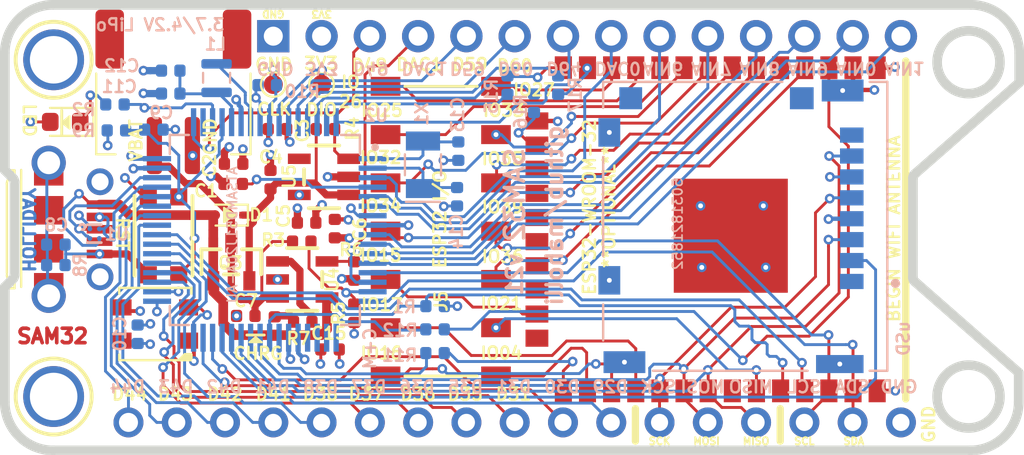
<source format=kicad_pcb>
(kicad_pcb (version 20171130) (host pcbnew "(6.0.0-rc1-dev-1353-gdd9a00107)")
  (layers (0 Top signal hide) (1 GND power hide) (2 PWR power hide) (31 Bottom signal) (34 B.Paste user hide) (35 F.Paste user hide) (36 B.SilkS user) (37 F.SilkS user hide) (38 B.Mask user hide) (39 F.Mask user hide) (44 Edge.Cuts user))
  (net 0 "")
  (net 1 /USB-)
  (net 2 /USB+)
  (net 3 "Net-(J1-Pad4)")
  (net 4 GND)
  (net 5 +3V3)
  (net 6 VBAT)
  (net 7 /~RESET)
  (net 8 /LED1)
  (net 9 /SWCLK)
  (net 10 /TDI)
  (net 11 /TCK)
  (net 12 /TMS)
  (net 13 /XTAL1)
  (net 14 /XTAL2)
  (net 15 /AREF)
  (net 16 "Net-(J3-Pad1)")
  (net 17 SD_CS)
  (net 18 MOSI)
  (net 19 SCK)
  (net 20 MISO)
  (net 21 "Net-(J3-Pad8)")
  (net 22 "Net-(J3-PadSW_T)")
  (net 23 "Net-(J3-PadDET_T)")
  (net 24 /DTR)
  (net 25 /SWDIO)
  (net 26 DAC0)
  (net 27 AIN6)
  (net 28 AIN7)
  (net 29 AIN8)
  (net 30 AIN9)
  (net 31 AIN0)
  (net 32 AIN1)
  (net 33 SCL)
  (net 34 DAC1)
  (net 35 SDA)
  (net 36 AIN2)
  (net 37 AIN3)
  (net 38 D19)
  (net 39 D20)
  (net 40 D29)
  (net 41 D30)
  (net 42 D31)
  (net 43 D35)
  (net 44 D36)
  (net 45 D37)
  (net 46 D38)
  (net 47 D41)
  (net 48 D42)
  (net 49 D43)
  (net 50 D44)
  (net 51 D49)
  (net 52 D50)
  (net 53 D59)
  (net 54 D60)
  (net 55 D64)
  (net 56 "Net-(U3-Pad17)")
  (net 57 "Net-(U3-Pad18)")
  (net 58 "Net-(U3-Pad19)")
  (net 59 "Net-(U3-Pad20)")
  (net 60 "Net-(U3-Pad21)")
  (net 61 "Net-(U3-Pad22)")
  (net 62 IO15)
  (net 63 "Net-(U3-Pad24)")
  (net 64 IO34)
  (net 65 IO35)
  (net 66 IO32)
  (net 67 IO33)
  (net 68 IO25)
  (net 69 IO26)
  (net 70 IO27)
  (net 71 IO21)
  (net 72 IO17)
  (net 73 IO16)
  (net 74 IO4)
  (net 75 "Net-(U5-Pad4)")
  (net 76 /EN)
  (net 77 IO39)
  (net 78 IO36)
  (net 79 VUSB)
  (net 80 /VBAT_MES)
  (net 81 /PROG)
  (net 82 ~)
  (net 83 "Net-(R7-Pad1)")
  (net 84 "Net-(R15-Pad2)")
  (net 85 "Net-(R16-Pad2)")
  (net 86 "Net-(R17-Pad2)")
  (net 87 "Net-(C11-Pad1)")
  (net 88 "Net-(C4-Pad1)")
  (net 89 "Net-(CHRG1-Pad2)")
  (net 90 "Net-(L1-Pad2)")
  (net 91 "Net-(U2-Pad40)")
  (net 92 "Net-(D2-Pad2)")
  (net 93 "Net-(GRN1-Pad1)")
  (net 94 "Net-(R11-Pad2)")
  (net 95 "Net-(R12-Pad2)")
  (net 96 "Net-(R1-Pad2)")
  (net 97 "Net-(D2-Pad4)")
  (net 98 /~RTS)
  (module Resistor_SMD:R_0402_1005Metric (layer Top) (at 74.2315 103.8225 270)
    (fp_text reference R5 (at 0 0.8255 270) (layer F.SilkS) (effects (font (size 0.635 0.635) (thickness 0.127))))
    (fp_text value 100K)
    (pad 2 smd roundrect (at 0.485 0 270) (size 0.59 0.64) (layers Top F.Paste F.Mask) (net 4 GND))
    (pad 1 smd roundrect (at -0.485 0 270) (size 0.59 0.64) (layers Top F.Paste F.Mask) (net 80 /VBAT_MES))
  )
  (module Resistor_SMD:R_0402_1005Metric (layer Bottom) (at 84.963 91.821 270)
    (fp_text reference R17 (at 0.49784 -0.9017 90) (layer B.SilkS) (effects (font (size 0.635 0.635) (thickness 0.127)) (justify mirror)))
    (fp_text value 0)
    (pad 2 smd roundrect (at 0.485 0 270) (size 0.59 0.64) (layers Bottom B.Paste B.Mask) (net 86 "Net-(R17-Pad2)"))
    (pad 1 smd roundrect (at -0.485 0 270) (size 0.59 0.64) (layers Bottom B.Paste B.Mask) (net 12 /TMS))
  )
  (module Resistor_SMD:R_0402_1005Metric (layer Bottom) (at 83.693 92.7735 270)
    (fp_text reference R16 (at 0.4445 0.70612 270) (layer B.SilkS) (effects (font (size 0.635 0.635) (thickness 0.127)) (justify mirror)))
    (fp_text value 0)
    (pad 2 smd roundrect (at 0.485 0 270) (size 0.59 0.64) (layers Bottom B.Paste B.Mask) (net 85 "Net-(R16-Pad2)"))
    (pad 1 smd roundrect (at -0.485 0 270) (size 0.59 0.64) (layers Bottom B.Paste B.Mask) (net 11 /TCK))
  )
  (module Resistor_SMD:R_0402_1005Metric (layer Bottom) (at 82.296 91.821 90)
    (fp_text reference R15 (at -0.58928 -0.84836 90) (layer B.SilkS) (effects (font (size 0.635 0.635) (thickness 0.127)) (justify mirror)))
    (fp_text value 0)
    (pad 2 smd roundrect (at 0.485 0 90) (size 0.59 0.64) (layers Bottom B.Paste B.Mask) (net 84 "Net-(R15-Pad2)"))
    (pad 1 smd roundrect (at -0.485 0 90) (size 0.59 0.64) (layers Bottom B.Paste B.Mask) (net 10 /TDI))
  )
  (module Resistor_SMD:R_0402_1005Metric (layer Bottom) (at 78.486 104.67)
    (fp_text reference R12 (at -1.83896 0.05166) (layer B.SilkS) (effects (font (size 0.635 0.635) (thickness 0.127)) (justify mirror)))
    (fp_text value 10K)
    (pad 2 smd roundrect (at 0.485 0) (size 0.59 0.64) (layers Bottom B.Paste B.Mask) (net 95 "Net-(R12-Pad2)"))
    (pad 1 smd roundrect (at -0.485 0) (size 0.59 0.64) (layers Bottom B.Paste B.Mask) (net 24 /DTR))
  )
  (module Resistor_SMD:R_0402_1005Metric (layer Bottom) (at 78.486 105.918)
    (fp_text reference R11 (at -1.86182 0.11684) (layer B.SilkS) (effects (font (size 0.635 0.635) (thickness 0.127)) (justify mirror)))
    (fp_text value 10K)
    (pad 2 smd roundrect (at 0.485 0) (size 0.59 0.64) (layers Bottom B.Paste B.Mask) (net 94 "Net-(R11-Pad2)"))
    (pad 1 smd roundrect (at -0.485 0) (size 0.59 0.64) (layers Bottom B.Paste B.Mask) (net 98 /~RTS))
  )
  (module Resistor_SMD:R_0402_1005Metric (layer Bottom) (at 69.6595 91.821)
    (fp_text reference R10 (at 1.84404 0.33528) (layer B.SilkS) (effects (font (size 0.635 0.635) (thickness 0.127)) (justify mirror)))
    (fp_text value 10K)
    (pad 2 smd roundrect (at 0.485 0) (size 0.59 0.64) (layers Bottom B.Paste B.Mask) (net 9 /SWCLK))
    (pad 1 smd roundrect (at -0.485 0) (size 0.59 0.64) (layers Bottom B.Paste B.Mask) (net 5 +3V3))
  )
  (module Resistor_SMD:R_0402_1005Metric (layer Bottom) (at 61.722 94.20352)
    (fp_text reference R9 (at -1.73228 0.00762) (layer B.SilkS) (effects (font (size 0.635 0.635) (thickness 0.127)) (justify mirror)))
    (fp_text value 10K)
    (pad 2 smd roundrect (at 0.485 0) (size 0.59 0.64) (layers Bottom B.Paste B.Mask) (net 7 /~RESET))
    (pad 1 smd roundrect (at -0.485 0) (size 0.59 0.64) (layers Bottom B.Paste B.Mask) (net 5 +3V3))
  )
  (module Resistor_SMD:R_0402_1005Metric (layer Bottom) (at 58.537 101.289)
    (fp_text reference R8 (at 1.27746 0.0062 90) (layer B.SilkS) (effects (font (size 0.635 0.635) (thickness 0.127)) (justify mirror)))
    (fp_text value 1M)
    (pad 2 smd roundrect (at 0.485 0) (size 0.59 0.64) (layers Bottom B.Paste B.Mask) (net 4 GND))
    (pad 1 smd roundrect (at -0.485 0) (size 0.59 0.64) (layers Bottom B.Paste B.Mask) (net 82 ~))
  )
  (module Resistor_SMD:R_0402_1005Metric (layer Top) (at 71.5264 104.267 180)
    (fp_text reference R7 (at 0.2286 -0.88646 180) (layer F.SilkS) (effects (font (size 0.635 0.635) (thickness 0.127))))
    (fp_text value 1K)
    (pad 2 smd roundrect (at 0.485 0 180) (size 0.59 0.64) (layers Top F.Paste F.Mask) (net 89 "Net-(CHRG1-Pad2)"))
    (pad 1 smd roundrect (at -0.485 0 180) (size 0.59 0.64) (layers Top F.Paste F.Mask) (net 83 "Net-(R7-Pad1)"))
  )
  (module Resistor_SMD:R_0402_1005Metric (layer Top) (at 74.2315 101.6 270)
    (fp_text reference R6 (at -1.11506 0.15748 180) (layer F.SilkS) (effects (font (size 0.635 0.635) (thickness 0.127))))
    (fp_text value 10K)
    (pad 2 smd roundrect (at 0.485 0 270) (size 0.59 0.64) (layers Top F.Paste F.Mask) (net 4 GND))
    (pad 1 smd roundrect (at -0.485 0 270) (size 0.59 0.64) (layers Top F.Paste F.Mask) (net 81 /PROG))
  )
  (module Resistor_SMD:R_0402_1005Metric (layer Bottom) (at 78.49 103.45 180)
    (fp_text reference R1 (at 1.62706 -0.03214 180) (layer B.SilkS) (effects (font (size 0.635 0.635) (thickness 0.127)) (justify mirror)))
    (fp_text value 10K)
    (pad 2 smd roundrect (at 0.485 0 180) (size 0.59 0.64) (layers Bottom B.Paste B.Mask) (net 96 "Net-(R1-Pad2)"))
    (pad 1 smd roundrect (at -0.485 0 180) (size 0.59 0.64) (layers Bottom B.Paste B.Mask) (net 5 +3V3))
  )
  (module Diode_SMD:D_SC-80 (layer Top) (at 67.64 98.66 180)
    (fp_text reference D1 (at -1.702 0.0064 180) (layer F.SilkS) (effects (font (size 0.635 0.635) (thickness 0.127))))
    (fp_text value MBR120)
    (pad 1 smd rect (at -0.725 0 180) (size 0.35 0.35) (layers Top F.Paste F.Mask) (net 88 "Net-(C4-Pad1)"))
    (pad 2 smd rect (at 0.725 0 180) (size 0.35 0.35) (layers Top F.Paste F.Mask) (net 79 VUSB))
  )
  (module custom-footprints:LED3535 (layer Top) (at 63.77 104.39)
    (fp_text reference D2 hide)
    (fp_text value WS2812B)
    (pad 3 smd rect (at 1.749999 0.875 90) (size 0.85 1) (layers Top F.Paste F.Mask) (net 4 GND))
    (pad 2 smd rect (at -1.75 0.875 90) (size 0.85 1) (layers Top F.Paste F.Mask) (net 92 "Net-(D2-Pad2)"))
    (pad 4 smd rect (at 1.75 -0.875 90) (size 0.85 1) (layers Top F.Paste F.Mask) (net 97 "Net-(D2-Pad4)"))
    (pad 1 smd rect (at -1.749999 -0.875 90) (size 0.85 1) (layers Top F.Paste F.Mask) (net 5 +3V3))
  )
  (module Connector_JST:JST_PH_S2B-PH-SM4-TB_1x02-1MP_P2.00mm_Horizontal (layer Top) (at 64.7192 92.1512 180)
    (fp_text reference J4 hide)
    (fp_text value B2B-PH-SM4-TB)
    (pad MP smd roundrect (at 3.35 2.75 180) (size 1.5 3.1) (layers Top F.Paste F.Mask) (roundrect_rratio 0.167))
    (pad MP smd roundrect (at -3.35 2.75 180) (size 1.5 3.1) (layers Top F.Paste F.Mask) (roundrect_rratio 0.167))
    (pad 2 smd roundrect (at 1 -2.85 180) (size 0.8 3) (layers Top F.Paste F.Mask) (net 6 VBAT))
    (pad 1 smd roundrect (at -1 -2.85 180) (size 0.8 3) (layers Top F.Paste F.Mask) (net 4 GND))
  )
  (module LED_SMD:LED_0402_1005Metric (layer Top) (at 70.0532 104.4956 90)
    (fp_text reference CHRG1 hide)
    (fp_text value "ORANGE LED")
    (pad 2 smd roundrect (at 0.485 0 90) (size 0.59 0.64) (layers Top F.Paste F.Mask) (net 89 "Net-(CHRG1-Pad2)"))
    (pad 1 smd roundrect (at -0.485 0 90) (size 0.59 0.64) (layers Top F.Paste F.Mask) (net 79 VUSB))
  )
  (module TestPoint:TestPoint_Pad_D1.5mm (layer Top) (at 69.977 91.78544)
    (fp_text reference TP1 hide)
    (fp_text value TESTPOINTPAD2MM)
    (pad 1 smd circle (at 0 0) (size 1 1) (layers Top F.Mask) (net 9 /SWCLK))
  )
  (module TestPoint:TestPoint_Pad_D1.5mm (layer Top) (at 72.517 91.78544)
    (fp_text reference TP2 hide)
    (fp_text value TESTPOINTPAD2MM)
    (pad 1 smd circle (at 0 0) (size 1 1) (layers Top F.Mask) (net 25 /SWDIO))
  )
  (module custom-footprints:10118194-0001LF (layer Top) (at 58.16092 99.40544 270)
    (fp_text reference J1 hide)
    (fp_text value 10118194-0001LF hide)
    (pad 13 smd rect (at 3.05 0 270) (size 1.5 1.55) (layers Top F.Paste F.Mask))
    (pad 12 smd rect (at -3.05 0 270) (size 1.5 1.55) (layers Top F.Paste F.Mask))
    (pad 11 smd rect (at 1 0 270) (size 1.5 1.55) (layers Top F.Paste F.Mask))
    (pad 10 smd rect (at -1 0 270) (size 1.5 1.55) (layers Top F.Paste F.Mask))
    (pad 9 thru_hole circle (at 3.5 0 270) (size 1.8 1.8) (drill 1.2) (layers *.Cu *.Mask) (net 82 ~))
    (pad 8 thru_hole circle (at -3.5 0 270) (size 1.8 1.8) (drill 1.2) (layers *.Cu *.Mask) (net 82 ~))
    (pad 7 thru_hole circle (at 2.5 -2.7 270) (size 1.408 1.408) (drill 0.9) (layers *.Cu *.Mask))
    (pad 6 thru_hole circle (at -2.5 -2.7 270) (size 1.408 1.408) (drill 0.9) (layers *.Cu *.Mask))
    (pad 5 smd rect (at 1.3 -2.675 90) (size 0.45 1.35) (layers Top F.Paste F.Mask) (net 4 GND))
    (pad 4 smd rect (at 0.65 -2.675 90) (size 0.45 1.35) (layers Top F.Paste F.Mask) (net 3 "Net-(J1-Pad4)"))
    (pad 3 smd rect (at 0 -2.675 90) (size 0.45 1.35) (layers Top F.Paste F.Mask) (net 2 /USB+))
    (pad 2 smd rect (at -0.65 -2.675 90) (size 0.45 1.35) (layers Top F.Paste F.Mask) (net 1 /USB-))
    (pad 1 smd rect (at -1.3 -2.675 90) (size 0.45 1.35) (layers Top F.Paste F.Mask) (net 79 VUSB))
  )
  (module LED_SMD:LED_0603_1608Metric (layer Top) (at 59.0296 93.7558 180)
    (fp_text reference GRN1 hide)
    (fp_text value "GREEN LED")
    (pad 2 smd roundrect (at 0.7875 0 180) (size 0.875 0.95) (layers Top F.Paste F.Mask) (net 4 GND))
    (pad 1 smd roundrect (at -0.7875 0 180) (size 0.875 0.95) (layers Top F.Paste F.Mask) (net 93 "Net-(GRN1-Pad1)"))
  )
  (module Resistor_SMD:R_0402_1005Metric (layer Bottom) (at 61.6458 92.837)
    (fp_text reference R2 (at -1.651 0.2794 -180) (layer B.SilkS) (effects (font (size 0.635 0.635) (thickness 0.127)) (justify mirror)))
    (fp_text value 2.2K)
    (pad 2 smd roundrect (at 0.485 0) (size 0.59 0.64) (layers Bottom B.Paste B.Mask) (net 8 /LED1))
    (pad 1 smd roundrect (at -0.485 0) (size 0.59 0.64) (layers Bottom B.Paste B.Mask) (net 93 "Net-(GRN1-Pad1)"))
  )
  (module Resistor_SMD:R_0402_1005Metric (layer Top) (at 71.4732 100.0506)
    (fp_text reference R3 (at -1.4986 -0.0762) (layer F.SilkS) (effects (font (size 0.635 0.635) (thickness 0.127))))
    (fp_text value 100K)
    (pad 2 smd roundrect (at 0.485 0) (size 0.59 0.64) (layers Top F.Paste F.Mask) (net 80 /VBAT_MES))
    (pad 1 smd roundrect (at -0.485 0) (size 0.59 0.64) (layers Top F.Paste F.Mask) (net 6 VBAT))
  )
  (module Capacitor_SMD:C_0402_1005Metric (layer Top) (at 68.5292 103.9622 180)
    (fp_text reference C7 (at -0.0127 0.79502 180) (layer F.SilkS) (effects (font (size 0.635 0.635) (thickness 0.127))))
    (fp_text value 10uF)
    (pad 2 smd roundrect (at 0.485 0 180) (size 0.59 0.64) (layers Top F.Paste F.Mask) (net 4 GND))
    (pad 1 smd roundrect (at -0.485 0 180) (size 0.59 0.64) (layers Top F.Paste F.Mask) (net 6 VBAT))
  )
  (module "Adafruit Feather M4 Express:BTN_KMR2_4.6X2.8" (layer Top) (at 64.2 99.75 270)
    (fp_text reference SW1 hide)
    (fp_text value "KMR231NG LFS" hide)
    (pad A smd rect (at 2.05 -0.8 270) (size 0.9 0.9) (layers Top F.Paste F.Mask) (net 7 /~RESET))
    (pad B smd rect (at 2.05 0.8 270) (size 0.9 0.9) (layers Top F.Paste F.Mask) (net 4 GND))
    (pad B' smd rect (at -2.05 0.8 270) (size 0.9 0.9) (layers Top F.Paste F.Mask) (net 4 GND))
    (pad A' smd rect (at -2.05 -0.8 270) (size 0.9 0.9) (layers Top F.Paste F.Mask) (net 7 /~RESET))
  )
  (module Capacitor_SMD:C_0402_1005Metric (layer Bottom) (at 64.5795 91.059)
    (fp_text reference C12 (at -2.5781 -0.254) (layer B.SilkS) (effects (font (size 0.635 0.635) (thickness 0.127)) (justify mirror)))
    (fp_text value 10uF)
    (pad 2 smd roundrect (at 0.485 0) (size 0.59 0.64) (layers Bottom B.Paste B.Mask) (net 87 "Net-(C11-Pad1)"))
    (pad 1 smd roundrect (at -0.485 0) (size 0.59 0.64) (layers Bottom B.Paste B.Mask) (net 4 GND))
  )
  (module Capacitor_SMD:C_0402_1005Metric (layer Top) (at 73.212196 99.36998 270)
    (fp_text reference C6 (at 0.04562 -1.311404 270) (layer F.SilkS) (effects (font (size 0.635 0.635) (thickness 0.127))))
    (fp_text value 10uF)
    (pad 2 smd roundrect (at 0.485 0 270) (size 0.59 0.64) (layers Top F.Paste F.Mask) (net 4 GND))
    (pad 1 smd roundrect (at -0.485 0 270) (size 0.59 0.64) (layers Top F.Paste F.Mask) (net 5 +3V3))
  )
  (module Capacitor_SMD:C_0402_1005Metric (layer Top) (at 69.82968 96.79432 90)
    (fp_text reference C4 (at 1.18872 0.02032) (layer F.SilkS) (effects (font (size 0.635 0.635) (thickness 0.127))))
    (fp_text value 10uF)
    (pad 2 smd roundrect (at 0.485 0 90) (size 0.59 0.64) (layers Top F.Paste F.Mask) (net 4 GND))
    (pad 1 smd roundrect (at -0.485 0 90) (size 0.59 0.64) (layers Top F.Paste F.Mask) (net 88 "Net-(C4-Pad1)"))
  )
  (module Capacitor_SMD:C_0402_1005Metric (layer Top) (at 67.88902 95.9612)
    (fp_text reference C2 (at -1.26482 0.1016 90) (layer F.SilkS) (effects (font (size 0.635 0.635) (thickness 0.127))))
    (fp_text value 10uF)
    (pad 2 smd roundrect (at 0.485 0) (size 0.59 0.64) (layers Top F.Paste F.Mask) (net 4 GND))
    (pad 1 smd roundrect (at -0.485 0) (size 0.59 0.64) (layers Top F.Paste F.Mask) (net 5 +3V3))
  )
  (module Resistor_SMD:R_0402_1005Metric (layer Top) (at 72.7202 94.1324 180)
    (fp_text reference R4 (at -1.4224 0.0254 270) (layer F.SilkS) (effects (font (size 0.635 0.635) (thickness 0.127))))
    (fp_text value 10K)
    (pad 2 smd roundrect (at 0.485 0 180) (size 0.59 0.64) (layers Top F.Paste F.Mask) (net 88 "Net-(C4-Pad1)"))
    (pad 1 smd roundrect (at -0.485 0 180) (size 0.59 0.64) (layers Top F.Paste F.Mask) (net 76 /EN))
  )
  (module custom-footprints:NPPC_0.100in_headers_2ROW (layer Top) (at 78.8035 99.5045 90)
    (fp_text reference J5 (at -3.683 0 90) (layer F.SilkS) (effects (font (size 0.635 0.635) (thickness 0.127))))
    (fp_text value NPTC072KFMS-RC)
    (pad 14 smd rect (at 7.62 2.889 90) (size 1 1.56) (layers Top F.Paste F.Mask) (net 70 IO27))
    (pad 13 smd rect (at 5.08 2.889 90) (size 1 1.56) (layers Top F.Paste F.Mask) (net 67 IO33))
    (pad 12 smd rect (at 2.54 2.889 90) (size 1 1.56) (layers Top F.Paste F.Mask) (net 65 IO35))
    (pad 11 smd rect (at 0 2.889 90) (size 1 1.56) (layers Top F.Paste F.Mask) (net 77 IO39))
    (pad 10 smd rect (at -2.54 2.889 90) (size 1 1.56) (layers Top F.Paste F.Mask) (net 78 IO36))
    (pad 9 smd rect (at -5.08 2.889 90) (size 1 1.56) (layers Top F.Paste F.Mask) (net 71 IO21))
    (pad 8 smd rect (at -7.62 2.889 90) (size 1 1.56) (layers Top F.Paste F.Mask) (net 74 IO4))
    (pad 7 smd rect (at 7.62 -2.921 90) (size 1 1.56) (layers Top F.Paste F.Mask) (net 69 IO26))
    (pad 6 smd rect (at 5.08 -2.921 90) (size 1 1.56) (layers Top F.Paste F.Mask) (net 68 IO25))
    (pad 5 smd rect (at 2.54 -2.921 90) (size 1 1.56) (layers Top F.Paste F.Mask) (net 66 IO32))
    (pad 4 smd rect (at 0 -2.921 90) (size 1 1.56) (layers Top F.Paste F.Mask) (net 64 IO34))
    (pad 3 smd rect (at -2.54 -2.921 90) (size 1 1.56) (layers Top F.Paste F.Mask) (net 62 IO15))
    (pad 2 smd rect (at -5.08 -2.921 90) (size 1 1.56) (layers Top F.Paste F.Mask) (net 72 IO17))
    (pad 1 smd rect (at -7.62 -2.921 90) (size 1 1.56) (layers Top F.Paste F.Mask) (net 73 IO16))
  )
  (module Connector_PinSocket_2.54mm:PinSocket_1x17_P2.54mm_Vertical (layer Top) (at 62.357 109.56544 90)
    (fp_text reference J7 hide)
    (fp_text value Conn_01x17)
    (pad 1 thru_hole circle (at 0 0 90) (size 1.5748 1.5748) (drill 1) (layers *.Cu *.Mask) (net 50 D44))
    (pad 2 thru_hole circle (at 0 2.54 90) (size 1.5748 1.5748) (drill 0.9) (layers *.Cu *.Mask) (net 49 D43))
    (pad 3 thru_hole circle (at 0 5.08 90) (size 1.5748 1.5748) (drill 0.9) (layers *.Cu *.Mask) (net 48 D42))
    (pad 4 thru_hole circle (at 0 7.62 90) (size 1.5748 1.5748) (drill 0.9) (layers *.Cu *.Mask) (net 47 D41))
    (pad 5 thru_hole circle (at 0 10.16 90) (size 1.5748 1.5748) (drill 0.9) (layers *.Cu *.Mask) (net 46 D38))
    (pad 6 thru_hole circle (at 0 12.7 90) (size 1.5748 1.5748) (drill 0.9) (layers *.Cu *.Mask) (net 45 D37))
    (pad 7 thru_hole circle (at 0 15.24 90) (size 1.5748 1.5748) (drill 0.9) (layers *.Cu *.Mask) (net 44 D36))
    (pad 8 thru_hole circle (at 0 17.78 90) (size 1.5748 1.5748) (drill 0.9) (layers *.Cu *.Mask) (net 43 D35))
    (pad 9 thru_hole circle (at 0 20.32 90) (size 1.5748 1.5748) (drill 0.9) (layers *.Cu *.Mask) (net 42 D31))
    (pad 10 thru_hole circle (at 0 22.86 90) (size 1.5748 1.5748) (drill 0.9) (layers *.Cu *.Mask) (net 41 D30))
    (pad 11 thru_hole circle (at 0 25.4 90) (size 1.5748 1.5748) (drill 0.9) (layers *.Cu *.Mask) (net 40 D29))
    (pad 12 thru_hole circle (at 0 27.94 90) (size 1.5748 1.5748) (drill 0.9) (layers *.Cu *.Mask) (net 19 SCK))
    (pad 13 thru_hole circle (at 0 30.48 90) (size 1.5748 1.5748) (drill 0.9) (layers *.Cu *.Mask) (net 18 MOSI))
    (pad 14 thru_hole circle (at 0 33.02 90) (size 1.5748 1.5748) (drill 0.9) (layers *.Cu *.Mask) (net 20 MISO))
    (pad 15 thru_hole circle (at 0 35.56 90) (size 1.5748 1.5748) (drill 0.9) (layers *.Cu *.Mask) (net 33 SCL))
    (pad 16 thru_hole circle (at 0 38.1 90) (size 1.5748 1.5748) (drill 0.9) (layers *.Cu *.Mask) (net 35 SDA))
    (pad 17 thru_hole circle (at 0 40.64 90) (size 1.5748 1.5748) (drill 0.9) (layers *.Cu *.Mask) (net 4 GND))
  )
  (module Connector_PinHeader_2.54mm:PinHeader_1x14_P2.54mm_Vertical (layer Top) (at 69.977 89.24544 90)
    (fp_text reference J2 hide)
    (fp_text value Conn_01x14)
    (pad 1 thru_hole rect (at 0 0 90) (size 1.7 1.7) (drill 1) (layers *.Cu *.Mask) (net 4 GND))
    (pad 2 thru_hole oval (at 0 2.54 90) (size 1.7 1.7) (drill 1) (layers *.Cu *.Mask) (net 5 +3V3))
    (pad 3 thru_hole oval (at 0 5.08 90) (size 1.7 1.7) (drill 1) (layers *.Cu *.Mask) (net 51 D49))
    (pad 4 thru_hole oval (at 0 7.62 90) (size 1.7 1.7) (drill 1) (layers *.Cu *.Mask) (net 34 DAC1))
    (pad 5 thru_hole oval (at 0 10.16 90) (size 1.7 1.7) (drill 1) (layers *.Cu *.Mask) (net 53 D59))
    (pad 6 thru_hole oval (at 0 12.7 90) (size 1.7 1.7) (drill 1) (layers *.Cu *.Mask) (net 54 D60))
    (pad 7 thru_hole oval (at 0 15.24 90) (size 1.7 1.7) (drill 1) (layers *.Cu *.Mask) (net 55 D64))
    (pad 8 thru_hole oval (at 0 17.78 90) (size 1.7 1.7) (drill 1) (layers *.Cu *.Mask) (net 26 DAC0))
    (pad 9 thru_hole oval (at 0 20.32 90) (size 1.7 1.7) (drill 1) (layers *.Cu *.Mask) (net 27 AIN6))
    (pad 10 thru_hole oval (at 0 22.86 90) (size 1.7 1.7) (drill 1) (layers *.Cu *.Mask) (net 28 AIN7))
    (pad 11 thru_hole oval (at 0 25.4 90) (size 1.7 1.7) (drill 1) (layers *.Cu *.Mask) (net 29 AIN8))
    (pad 12 thru_hole oval (at 0 27.94 90) (size 1.7 1.7) (drill 1) (layers *.Cu *.Mask) (net 30 AIN9))
    (pad 13 thru_hole oval (at 0 30.48 90) (size 1.7 1.7) (drill 1) (layers *.Cu *.Mask) (net 31 AIN0))
    (pad 14 thru_hole oval (at 0 33.02 90) (size 1.7 1.7) (drill 1) (layers *.Cu *.Mask) (net 32 AIN1))
  )
  (module Capacitor_SMD:C_0402_1005Metric (layer Top) (at 71.7296 99.06)
    (fp_text reference C5 (at -1.2192 -0.3556 90) (layer F.SilkS) (effects (font (size 0.635 0.635) (thickness 0.127))))
    (fp_text value 1uF)
    (pad 1 smd roundrect (at -0.485 0) (size 0.59 0.64) (layers Top F.Paste F.Mask) (net 5 +3V3))
    (pad 2 smd roundrect (at 0.485 0) (size 0.59 0.64) (layers Top F.Paste F.Mask) (net 4 GND))
  )
  (module "Adafruit Feather M4 Express:SOT23-5" (layer Top) (at 72.644 96.647 90)
    (fp_text reference U5 (at -0.6985 -1.4605 270) (layer F.SilkS) (effects (font (size 0.635 0.635) (thickness 0.127)) (justify left bottom)))
    (fp_text value AP2112K-3.3TRG1)
    (pad 5 smd rect (at -0.95 -1.3001 90) (size 0.55 1.2) (layers Top F.Paste F.Mask) (net 5 +3V3))
    (pad 4 smd rect (at 0.95 -1.3001 90) (size 0.55 1.2) (layers Top F.Paste F.Mask) (net 75 "Net-(U5-Pad4)"))
    (pad 3 smd rect (at 0.95 1.3001 90) (size 0.55 1.2) (layers Top F.Paste F.Mask) (net 76 /EN))
    (pad 2 smd rect (at 0 1.3001 90) (size 0.55 1.2) (layers Top F.Paste F.Mask) (net 4 GND))
    (pad 1 smd rect (at -0.95 1.3001 90) (size 0.55 1.2) (layers Top F.Paste F.Mask) (net 88 "Net-(C4-Pad1)"))
  )
  (module Capacitor_SMD:C_0402_1005Metric (layer Top) (at 70.1953 94.1324 180)
    (fp_text reference C3 (at -1.3057 -0.0762 270) (layer F.SilkS) (effects (font (size 0.635 0.635) (thickness 0.127))))
    (fp_text value 1uF)
    (pad 2 smd roundrect (at 0.485 0 180) (size 0.59 0.64) (layers Top F.Paste F.Mask) (net 4 GND))
    (pad 1 smd roundrect (at -0.485 0 180) (size 0.59 0.64) (layers Top F.Paste F.Mask) (net 5 +3V3))
  )
  (module "Adafruit Feather M4 Express:SOT23-R" (layer Top) (at 67.7672 101.1174)
    (fp_text reference Q3 (at -0.762 0.4318) (layer F.SilkS) (effects (font (size 0.635 0.635) (thickness 0.127)) (justify left bottom)))
    (fp_text value DMG341)
    (pad 3 smd rect (at 0 -1) (size 0.635 1.016) (layers Top F.Paste F.Mask) (net 6 VBAT))
    (pad 2 smd rect (at 0.95 1) (size 0.635 1.016) (layers Top F.Paste F.Mask) (net 88 "Net-(C4-Pad1)"))
    (pad 1 smd rect (at -0.95 1) (size 0.635 1.016) (layers Top F.Paste F.Mask) (net 79 VUSB))
  )
  (module Capacitor_SMD:C_0402_1005Metric (layer Bottom) (at 64.5795 92.2655 180)
    (fp_text reference C11 (at 2.7051 0.3683 180) (layer B.SilkS) (effects (font (size 0.635 0.635) (thickness 0.127)) (justify mirror)))
    (fp_text value 1uF)
    (pad 2 smd roundrect (at 0.485 0 180) (size 0.59 0.64) (layers Bottom B.Paste B.Mask) (net 4 GND))
    (pad 1 smd roundrect (at -0.485 0 180) (size 0.59 0.64) (layers Bottom B.Paste B.Mask) (net 87 "Net-(C11-Pad1)"))
  )
  (module 503182-1853:MOLEX_503182-1853 (layer Bottom) (at 94.8055 99.2505 90)
    (fp_text reference J3 hide)
    (fp_text value 5031821852 (at 0.127 -3.556 90) (layer B.SilkS) (effects (font (size 0.508 0.508) (thickness 0.0889)) (justify mirror)))
    (pad 1 smd rect (at -2.9 5.605) (size 1.24 0.8) (layers Bottom B.Paste B.Mask) (net 16 "Net-(J3-Pad1)"))
    (pad 2 smd rect (at -1.8 5.605) (size 1.24 0.8) (layers Bottom B.Paste B.Mask) (net 17 SD_CS))
    (pad 3 smd rect (at -0.7 5.605) (size 1.24 0.8) (layers Bottom B.Paste B.Mask) (net 18 MOSI))
    (pad 4 smd rect (at 0.4 5.605) (size 1.24 0.8) (layers Bottom B.Paste B.Mask) (net 5 +3V3))
    (pad 5 smd rect (at 1.5 5.605) (size 1.24 0.8) (layers Bottom B.Paste B.Mask) (net 19 SCK))
    (pad 6 smd rect (at 2.6 5.605) (size 1.24 0.8) (layers Bottom B.Paste B.Mask) (net 4 GND))
    (pad 7 smd rect (at 3.7 5.605) (size 1.24 0.8) (layers Bottom B.Paste B.Mask) (net 20 MISO))
    (pad 8 smd rect (at 4.8 5.605) (size 1.24 0.8) (layers Bottom B.Paste B.Mask) (net 21 "Net-(J3-Pad8)"))
    (pad SH1 smd rect (at -7.245 4.975) (size 2.5 0.95) (layers Bottom B.Paste B.Mask) (net 4 GND))
    (pad SH2 smd rect (at 7.145 5.125) (size 2.2 1.15) (layers Bottom B.Paste B.Mask) (net 4 GND))
    (pad SW_T smd rect (at 6.74 2.975) (size 1.25 1.16) (layers Bottom B.Paste B.Mask) (net 22 "Net-(J3-PadSW_T)"))
    (pad DET_T smd rect (at 6.74 -6.025) (size 1.2 1.16) (layers Bottom B.Paste B.Mask) (net 23 "Net-(J3-PadDET_T)"))
    (pad SH5 smd rect (at -7.145 -6.355) (size 2.2 1.15) (layers Bottom B.Paste B.Mask) (net 4 GND))
    (pad SH4 smd rect (at -2.84 -7.15 270) (size 1.5 1.15) (layers Bottom B.Paste B.Mask) (net 4 GND))
    (pad SH3 smd rect (at 4.94 -7.15 270) (size 1.5 1.15) (layers Bottom B.Paste B.Mask) (net 4 GND))
  )
  (module QFP50P1200X1200X120-64N (layer Bottom) (at 69.5325 99.441 180)
    (fp_text reference U2 (at -5.842 6.0325 180) (layer B.SilkS) (effects (font (size 0.635 0.635) (thickness 0.127)) (justify mirror)))
    (fp_text value ATSAMD51J20A-AU (at 1.7145 -0.254 270) (layer B.SilkS) (effects (font (size 0.508 0.508) (thickness 0.0889)) (justify mirror)))
    (pad 1 smd rect (at -5.67 3.75 90) (size 0.28 1.47) (layers Bottom B.Paste B.Mask) (net 13 /XTAL1))
    (pad 2 smd rect (at -5.67 3.25 90) (size 0.28 1.47) (layers Bottom B.Paste B.Mask) (net 14 /XTAL2))
    (pad 3 smd rect (at -5.67 2.75 90) (size 0.28 1.47) (layers Bottom B.Paste B.Mask) (net 26 DAC0))
    (pad 4 smd rect (at -5.67 2.25 90) (size 0.28 1.47) (layers Bottom B.Paste B.Mask) (net 15 /AREF))
    (pad 5 smd rect (at -5.67 1.75 90) (size 0.28 1.47) (layers Bottom B.Paste B.Mask) (net 27 AIN6))
    (pad 6 smd rect (at -5.67 1.25 90) (size 0.28 1.47) (layers Bottom B.Paste B.Mask) (net 28 AIN7))
    (pad 7 smd rect (at -5.67 0.75 90) (size 0.28 1.47) (layers Bottom B.Paste B.Mask) (net 4 GND))
    (pad 8 smd rect (at -5.67 0.25 90) (size 0.28 1.47) (layers Bottom B.Paste B.Mask) (net 5 +3V3))
    (pad 9 smd rect (at -5.67 -0.25 90) (size 0.28 1.47) (layers Bottom B.Paste B.Mask) (net 29 AIN8))
    (pad 10 smd rect (at -5.67 -0.75 90) (size 0.28 1.47) (layers Bottom B.Paste B.Mask) (net 30 AIN9))
    (pad 11 smd rect (at -5.67 -1.25 90) (size 0.28 1.47) (layers Bottom B.Paste B.Mask) (net 31 AIN0))
    (pad 12 smd rect (at -5.67 -1.75 90) (size 0.28 1.47) (layers Bottom B.Paste B.Mask) (net 32 AIN1))
    (pad 13 smd rect (at -5.67 -2.25 90) (size 0.28 1.47) (layers Bottom B.Paste B.Mask) (net 33 SCL))
    (pad 14 smd rect (at -5.67 -2.75 90) (size 0.28 1.47) (layers Bottom B.Paste B.Mask) (net 34 DAC1))
    (pad 15 smd rect (at -5.67 -3.25 90) (size 0.28 1.47) (layers Bottom B.Paste B.Mask) (net 80 /VBAT_MES))
    (pad 16 smd rect (at -5.67 -3.75 90) (size 0.28 1.47) (layers Bottom B.Paste B.Mask) (net 35 SDA))
    (pad 17 smd rect (at -3.75 -5.67) (size 0.28 1.47) (layers Bottom B.Paste B.Mask) (net 36 AIN2))
    (pad 18 smd rect (at -3.25 -5.67) (size 0.28 1.47) (layers Bottom B.Paste B.Mask) (net 37 AIN3))
    (pad 19 smd rect (at -2.75 -5.67) (size 0.28 1.47) (layers Bottom B.Paste B.Mask) (net 38 D19))
    (pad 20 smd rect (at -2.25 -5.67) (size 0.28 1.47) (layers Bottom B.Paste B.Mask) (net 39 D20))
    (pad 21 smd rect (at -1.75 -5.67) (size 0.28 1.47) (layers Bottom B.Paste B.Mask) (net 5 +3V3))
    (pad 22 smd rect (at -1.25 -5.67) (size 0.28 1.47) (layers Bottom B.Paste B.Mask) (net 4 GND))
    (pad 23 smd rect (at -0.75 -5.67) (size 0.28 1.47) (layers Bottom B.Paste B.Mask) (net 98 /~RTS))
    (pad 24 smd rect (at -0.25 -5.67) (size 0.28 1.47) (layers Bottom B.Paste B.Mask) (net 24 /DTR))
    (pad 25 smd rect (at 0.25 -5.67) (size 0.28 1.47) (layers Bottom B.Paste B.Mask) (net 18 MOSI))
    (pad 26 smd rect (at 0.75 -5.67) (size 0.28 1.47) (layers Bottom B.Paste B.Mask) (net 19 SCK))
    (pad 27 smd rect (at 1.25 -5.67) (size 0.28 1.47) (layers Bottom B.Paste B.Mask) (net 20 MISO))
    (pad 28 smd rect (at 1.75 -5.67) (size 0.28 1.47) (layers Bottom B.Paste B.Mask) (net 17 SD_CS))
    (pad 29 smd rect (at 2.25 -5.67) (size 0.28 1.47) (layers Bottom B.Paste B.Mask) (net 40 D29))
    (pad 30 smd rect (at 2.75 -5.67) (size 0.28 1.47) (layers Bottom B.Paste B.Mask) (net 41 D30))
    (pad 31 smd rect (at 3.25 -5.67) (size 0.28 1.47) (layers Bottom B.Paste B.Mask) (net 42 D31))
    (pad 32 smd rect (at 3.75 -5.67) (size 0.28 1.47) (layers Bottom B.Paste B.Mask) (net 97 "Net-(D2-Pad4)"))
    (pad 33 smd rect (at 5.67 -3.75 90) (size 0.28 1.47) (layers Bottom B.Paste B.Mask) (net 4 GND))
    (pad 34 smd rect (at 5.67 -3.25 90) (size 0.28 1.47) (layers Bottom B.Paste B.Mask) (net 5 +3V3))
    (pad 35 smd rect (at 5.67 -2.75 90) (size 0.28 1.47) (layers Bottom B.Paste B.Mask) (net 43 D35))
    (pad 36 smd rect (at 5.67 -2.25 90) (size 0.28 1.47) (layers Bottom B.Paste B.Mask) (net 44 D36))
    (pad 37 smd rect (at 5.67 -1.75 90) (size 0.28 1.47) (layers Bottom B.Paste B.Mask) (net 45 D37))
    (pad 38 smd rect (at 5.67 -1.25 90) (size 0.28 1.47) (layers Bottom B.Paste B.Mask) (net 46 D38))
    (pad 39 smd rect (at 5.67 -0.75 90) (size 0.28 1.47) (layers Bottom B.Paste B.Mask) (net 96 "Net-(R1-Pad2)"))
    (pad 40 smd rect (at 5.67 -0.25 90) (size 0.28 1.47) (layers Bottom B.Paste B.Mask) (net 91 "Net-(U2-Pad40)"))
    (pad 41 smd rect (at 5.67 0.25 90) (size 0.28 1.47) (layers Bottom B.Paste B.Mask) (net 47 D41))
    (pad 42 smd rect (at 5.67 0.75 90) (size 0.28 1.47) (layers Bottom B.Paste B.Mask) (net 48 D42))
    (pad 43 smd rect (at 5.67 1.25 90) (size 0.28 1.47) (layers Bottom B.Paste B.Mask) (net 49 D43))
    (pad 44 smd rect (at 5.67 1.75 90) (size 0.28 1.47) (layers Bottom B.Paste B.Mask) (net 50 D44))
    (pad 45 smd rect (at 5.67 2.25 90) (size 0.28 1.47) (layers Bottom B.Paste B.Mask) (net 1 /USB-))
    (pad 46 smd rect (at 5.67 2.75 90) (size 0.28 1.47) (layers Bottom B.Paste B.Mask) (net 2 /USB+))
    (pad 47 smd rect (at 5.67 3.25 90) (size 0.28 1.47) (layers Bottom B.Paste B.Mask) (net 4 GND))
    (pad 48 smd rect (at 5.67 3.75 90) (size 0.28 1.47) (layers Bottom B.Paste B.Mask) (net 5 +3V3))
    (pad 49 smd rect (at 3.75 5.67) (size 0.28 1.47) (layers Bottom B.Paste B.Mask) (net 51 D49))
    (pad 50 smd rect (at 3.25 5.67) (size 0.28 1.47) (layers Bottom B.Paste B.Mask) (net 52 D50))
    (pad 51 smd rect (at 2.75 5.67) (size 0.28 1.47) (layers Bottom B.Paste B.Mask) (net 8 /LED1))
    (pad 52 smd rect (at 2.25 5.67) (size 0.28 1.47) (layers Bottom B.Paste B.Mask) (net 7 /~RESET))
    (pad 53 smd rect (at 1.75 5.67) (size 0.28 1.47) (layers Bottom B.Paste B.Mask) (net 87 "Net-(C11-Pad1)"))
    (pad 54 smd rect (at 1.25 5.67) (size 0.28 1.47) (layers Bottom B.Paste B.Mask) (net 4 GND))
    (pad 55 smd rect (at 0.75 5.67) (size 0.28 1.47) (layers Bottom B.Paste B.Mask) (net 90 "Net-(L1-Pad2)"))
    (pad 56 smd rect (at 0.25 5.67) (size 0.28 1.47) (layers Bottom B.Paste B.Mask) (net 5 +3V3))
    (pad 57 smd rect (at -0.25 5.67) (size 0.28 1.47) (layers Bottom B.Paste B.Mask) (net 9 /SWCLK))
    (pad 58 smd rect (at -0.75 5.67) (size 0.28 1.47) (layers Bottom B.Paste B.Mask) (net 25 /SWDIO))
    (pad 59 smd rect (at -1.25 5.67) (size 0.28 1.47) (layers Bottom B.Paste B.Mask) (net 53 D59))
    (pad 60 smd rect (at -1.75 5.67) (size 0.28 1.47) (layers Bottom B.Paste B.Mask) (net 54 D60))
    (pad 61 smd rect (at -2.25 5.67) (size 0.28 1.47) (layers Bottom B.Paste B.Mask) (net 12 /TMS))
    (pad 62 smd rect (at -2.75 5.67) (size 0.28 1.47) (layers Bottom B.Paste B.Mask) (net 11 /TCK))
    (pad 63 smd rect (at -3.25 5.67) (size 0.28 1.47) (layers Bottom B.Paste B.Mask) (net 10 /TDI))
    (pad 64 smd rect (at -3.75 5.67) (size 0.28 1.47) (layers Bottom B.Paste B.Mask) (net 55 D64))
  )
  (module "Adafruit Feather M4 Express:SOT23-5" (layer Top) (at 71.501 102.0445 270)
    (fp_text reference U4 (at 0.7355 -1.939 270) (layer F.SilkS) (effects (font (size 0.635 0.635) (thickness 0.127)) (justify left bottom)))
    (fp_text value MCP73831T-2ACI/OT)
    (pad 1 smd rect (at -0.95 1.3001 270) (size 0.55 1.2) (layers Top F.Paste F.Mask) (net 83 "Net-(R7-Pad1)"))
    (pad 2 smd rect (at 0 1.3001 270) (size 0.55 1.2) (layers Top F.Paste F.Mask) (net 4 GND))
    (pad 3 smd rect (at 0.95 1.3001 270) (size 0.55 1.2) (layers Top F.Paste F.Mask) (net 6 VBAT))
    (pad 4 smd rect (at 0.95 -1.3001 270) (size 0.55 1.2) (layers Top F.Paste F.Mask) (net 79 VUSB))
    (pad 5 smd rect (at -0.95 -1.3001 270) (size 0.55 1.2) (layers Top F.Paste F.Mask) (net 81 /PROG))
  )
  (module "Adafruit HUZZAH32 ESP32 Feather:WROOM32_SKINNY" (layer Top) (at 96.74606 99.40544 270)
    (fp_text reference U3 hide)
    (fp_text value ESP32_WROOM32_SKINNY hide)
    (pad P$1 smd rect (at 0.34 2.7 270) (size 6 6) (layers Top F.Mask) (net 4 GND))
    (pad 38 smd rect (at 8.5 -5 270) (size 1.2 0.9) (layers Top F.Paste F.Mask) (net 4 GND))
    (pad 37 smd rect (at 8.5 -3.73 270) (size 1.2 0.9) (layers Top F.Paste F.Mask) (net 35 SDA))
    (pad 36 smd rect (at 8.5 -2.46 270) (size 1.2 0.9) (layers Top F.Paste F.Mask) (net 33 SCL))
    (pad 35 smd rect (at 8.5 -1.19 270) (size 1.2 0.9) (layers Top F.Paste F.Mask) (net 91 "Net-(U2-Pad40)"))
    (pad 34 smd rect (at 8.5 0.08 270) (size 1.2 0.9) (layers Top F.Paste F.Mask) (net 96 "Net-(R1-Pad2)"))
    (pad 33 smd rect (at 8.5 1.35 270) (size 1.2 0.9) (layers Top F.Paste F.Mask) (net 71 IO21))
    (pad 32 smd rect (at 8.5 2.62 270) (size 1.2 0.9) (layers Top F.Paste F.Mask))
    (pad 31 smd rect (at 8.5 3.89 270) (size 1.2 0.9) (layers Top F.Paste F.Mask) (net 20 MISO))
    (pad 30 smd rect (at 8.5 5.16 270) (size 1.2 0.9) (layers Top F.Paste F.Mask) (net 18 MOSI))
    (pad 29 smd rect (at 8.5 6.43 270) (size 1.2 0.9) (layers Top F.Paste F.Mask) (net 19 SCK))
    (pad 28 smd rect (at 8.5 7.7 270) (size 1.2 0.9) (layers Top F.Paste F.Mask) (net 72 IO17))
    (pad 27 smd rect (at 8.5 8.97 270) (size 1.2 0.9) (layers Top F.Paste F.Mask) (net 73 IO16))
    (pad 26 smd rect (at 8.5 10.24 270) (size 1.2 0.9) (layers Top F.Paste F.Mask) (net 74 IO4))
    (pad 25 smd rect (at 8.5 11.51 270) (size 1.2 0.9) (layers Top F.Paste F.Mask) (net 94 "Net-(R11-Pad2)"))
    (pad 24 smd rect (at 5.73 12.9 180) (size 1.2 0.9) (layers Top F.Paste F.Mask) (net 63 "Net-(U3-Pad24)"))
    (pad 23 smd rect (at 4.46 12.9 180) (size 1.2 0.9) (layers Top F.Paste F.Mask) (net 62 IO15))
    (pad 22 smd rect (at 3.19 12.9 180) (size 1.2 0.9) (layers Top F.Paste F.Mask) (net 61 "Net-(U3-Pad22)"))
    (pad 21 smd rect (at 1.92 12.9 180) (size 1.2 0.9) (layers Top F.Paste F.Mask) (net 60 "Net-(U3-Pad21)"))
    (pad 20 smd rect (at 0.65 12.9 180) (size 1.2 0.9) (layers Top F.Paste F.Mask) (net 59 "Net-(U3-Pad20)"))
    (pad 19 smd rect (at -0.62 12.9 180) (size 1.2 0.9) (layers Top F.Paste F.Mask) (net 58 "Net-(U3-Pad19)"))
    (pad 18 smd rect (at -1.89 12.9 180) (size 1.2 0.9) (layers Top F.Paste F.Mask) (net 57 "Net-(U3-Pad18)"))
    (pad 17 smd rect (at -3.16 12.9 180) (size 1.2 0.9) (layers Top F.Paste F.Mask) (net 56 "Net-(U3-Pad17)"))
    (pad 16 smd rect (at -4.43 12.9 180) (size 1.2 0.9) (layers Top F.Paste F.Mask) (net 85 "Net-(R16-Pad2)"))
    (pad 15 smd rect (at -5.7 12.9 180) (size 1.2 0.9) (layers Top F.Paste F.Mask) (net 4 GND))
    (pad 14 smd rect (at -8.5 11.51 90) (size 1.2 0.9) (layers Top F.Paste F.Mask) (net 84 "Net-(R15-Pad2)"))
    (pad 13 smd rect (at -8.5 10.24 90) (size 1.2 0.9) (layers Top F.Paste F.Mask) (net 86 "Net-(R17-Pad2)"))
    (pad 12 smd rect (at -8.5 8.97 90) (size 1.2 0.9) (layers Top F.Paste F.Mask) (net 70 IO27))
    (pad 11 smd rect (at -8.5 7.7 90) (size 1.2 0.9) (layers Top F.Paste F.Mask) (net 69 IO26))
    (pad 10 smd rect (at -8.5 6.43 90) (size 1.2 0.9) (layers Top F.Paste F.Mask) (net 68 IO25))
    (pad 9 smd rect (at -8.5 5.16 90) (size 1.2 0.9) (layers Top F.Paste F.Mask) (net 67 IO33))
    (pad 8 smd rect (at -8.5 3.89 90) (size 1.2 0.9) (layers Top F.Paste F.Mask) (net 66 IO32))
    (pad 7 smd rect (at -8.5 2.62 90) (size 1.2 0.9) (layers Top F.Paste F.Mask) (net 65 IO35))
    (pad 6 smd rect (at -8.5 1.35 90) (size 1.2 0.9) (layers Top F.Paste F.Mask) (net 64 IO34))
    (pad 5 smd rect (at -8.5 0.08 90) (size 1.2 0.9) (layers Top F.Paste F.Mask) (net 77 IO39))
    (pad 4 smd rect (at -8.5 -1.19 90) (size 1.2 0.9) (layers Top F.Paste F.Mask) (net 78 IO36))
    (pad 3 smd rect (at -8.5 -2.46 90) (size 1.2 0.9) (layers Top F.Paste F.Mask) (net 95 "Net-(R12-Pad2)"))
    (pad 2 smd rect (at -8.5 -3.73 90) (size 1.2 0.9) (layers Top F.Paste F.Mask) (net 5 +3V3))
    (pad 1 smd rect (at -8.5 -5 90) (size 1.2 0.9) (layers Top F.Paste F.Mask) (net 4 GND))
  )
  (module Capacitor_SMD:C_0402_1005Metric (layer Bottom) (at 79.7115 95.294 270)
    (fp_text reference C13 (at -1.91852 0.03424 270) (layer B.SilkS) (effects (font (size 0.635 0.635) (thickness 0.127)) (justify mirror)))
    (fp_text value 22pF)
    (pad 2 smd roundrect (at 0.485 0 270) (size 0.59 0.64) (layers Bottom B.Paste B.Mask) (net 4 GND))
    (pad 1 smd roundrect (at -0.485 0 270) (size 0.59 0.64) (layers Bottom B.Paste B.Mask) (net 13 /XTAL1))
  )
  (module Capacitor_SMD:C_0402_1005Metric (layer Bottom) (at 79.645 97.6945 270)
    (fp_text reference C14 (at 1.83794 0.03632 270) (layer B.SilkS) (effects (font (size 0.635 0.635) (thickness 0.127)) (justify mirror)))
    (fp_text value 22pF)
    (pad 1 smd roundrect (at -0.485 0 270) (size 0.59 0.64) (layers Bottom B.Paste B.Mask) (net 14 /XTAL2))
    (pad 2 smd roundrect (at 0.485 0 270) (size 0.59 0.64) (layers Bottom B.Paste B.Mask) (net 4 GND))
  )
  (module Capacitor_SMD:C_0402_1005Metric (layer Top) (at 67.8688 97.01784 180)
    (fp_text reference C1 (at 1.4224 -0.36576) (layer F.SilkS) (effects (font (size 0.635 0.635) (thickness 0.127))))
    (fp_text value 1uF)
    (pad 1 smd roundrect (at -0.485 0 180) (size 0.59 0.64) (layers Top F.Paste F.Mask) (net 15 /AREF))
    (pad 2 smd roundrect (at 0.485 0 180) (size 0.59 0.64) (layers Top F.Paste F.Mask) (net 5 +3V3))
  )
  (module Capacitor_SMD:C_0402_1005Metric (layer Bottom) (at 63.69304 94.16288 180)
    (fp_text reference C9 (at -0.39624 0.89408 180) (layer B.SilkS) (effects (font (size 0.635 0.635) (thickness 0.127)) (justify mirror)))
    (fp_text value 1uF)
    (pad 2 smd roundrect (at 0.485 0 180) (size 0.59 0.64) (layers Bottom B.Paste B.Mask) (net 7 /~RESET))
    (pad 1 smd roundrect (at -0.485 0 180) (size 0.59 0.64) (layers Bottom B.Paste B.Mask) (net 4 GND))
  )
  (module Capacitor_SMD:C_0402_1005Metric (layer Bottom) (at 62.8396 104.9274 90)
    (fp_text reference C10 (at 0.0254 -0.9398 90) (layer B.SilkS) (effects (font (size 0.635 0.635) (thickness 0.127)) (justify mirror)))
    (fp_text value 1uF)
    (pad 2 smd roundrect (at 0.485 0 90) (size 0.59 0.64) (layers Bottom B.Paste B.Mask) (net 4 GND))
    (pad 1 smd roundrect (at -0.485 0 90) (size 0.59 0.64) (layers Bottom B.Paste B.Mask) (net 5 +3V3))
  )
  (module Capacitor_SMD:C_0402_1005Metric (layer Top) (at 72.9615 105.7275)
    (fp_text reference C15 (at -0.0635 -0.8509 180) (layer F.SilkS) (effects (font (size 0.635 0.635) (thickness 0.127))))
    (fp_text value 0.1uF)
    (pad 2 smd roundrect (at 0.485 0) (size 0.59 0.64) (layers Top F.Paste F.Mask) (net 4 GND))
    (pad 1 smd roundrect (at -0.485 0) (size 0.59 0.64) (layers Top F.Paste F.Mask) (net 5 +3V3))
  )
  (module Inductor_SMD:L_0806_2016Metric (layer Bottom) (at 66.9925 92.202 90)
    (fp_text reference L1 (at 2.54 -0.0635 180) (layer B.SilkS) (effects (font (size 0.635 0.635) (thickness 0.127)) (justify mirror)))
    (fp_text value 10uH)
    (pad 1 smd roundrect (at 0 0 90) (size 0.5 1.6) (layers Bottom B.Paste B.Mask) (net 87 "Net-(C11-Pad1)"))
    (pad 2 smd roundrect (at 1.5 0 90) (size 0.5 1.6) (layers Bottom B.Paste B.Mask) (net 90 "Net-(L1-Pad2)"))
  )
  (module custom-footprints:WLP-4-0.5 (layer Bottom) (at 60.325 99.8855)
    (fp_text reference U1 (at 1.415 -0.2255) (layer B.SilkS) (effects (font (size 0.635 0.635) (thickness 0.127)) (justify mirror)))
    (fp_text value MAX3202EETT+T)
    (pad 1 smd circle (at 0.5 -0.5) (size 0.25 0.25) (layers Bottom B.Paste B.Mask) (net 1 /USB-))
    (pad 2 smd circle (at 0 -0.499999) (size 0.25 0.25) (layers Bottom B.Paste B.Mask) (net 4 GND))
    (pad 3 smd circle (at 0.499999 0) (size 0.25 0.25) (layers Bottom B.Paste B.Mask) (net 79 VUSB))
    (pad 4 smd circle (at 0 0) (size 0.25 0.25) (layers Bottom B.Paste B.Mask) (net 2 /USB+))
  )
  (module Capacitor_SMD:C_0402_1005Metric (layer Bottom) (at 58.537 100.2095)
    (fp_text reference C8 (at 0.0254 -1.0287 180) (layer B.SilkS) (effects (font (size 0.635 0.635) (thickness 0.127)) (justify mirror)))
    (fp_text value "4.5 nF")
    (pad 1 smd roundrect (at -0.485 0) (size 0.59 0.64) (layers Bottom B.Paste B.Mask) (net 82 ~))
    (pad 2 smd roundrect (at 0.485 0) (size 0.59 0.64) (layers Bottom B.Paste B.Mask) (net 4 GND))
  )
  (module Crystal:Crystal_SMD_MicroCrystal_CC7V-T1A-2Pin_3.2x1.5mm (layer Bottom) (at 77.851 96.012 90)
    (fp_text reference X1 (at 2.667 -0.0635 90) (layer B.SilkS) (effects (font (size 0.635 0.635) (thickness 0.127)) (justify mirror)))
    (fp_text value ST3215SB)
    (pad 1 smd rect (at -1.25 0 90) (size 1 1.8) (layers Bottom B.Paste B.Mask) (net 14 /XTAL2))
    (pad 2 smd rect (at 1.25 0 90) (size 1 1.8) (layers Bottom B.Paste B.Mask) (net 13 /XTAL1))
  )
  (module "Adafruit HUZZAH32 ESP32 Feather:MOUNTINGHOLE_2.5_PLATED" (layer Top) (at 58.42 108.204)
    (fp_text reference J96 hide)
    (fp_text value MOUNTINGHOLE2.5 hide)
    (pad P$1 thru_hole circle (at 0 0) (size 3.2 3.2) (drill 2.5) (layers *.Cu *.Mask))
  )
  (module "Adafruit HUZZAH32 ESP32 Feather:MOUNTINGHOLE_2.5_PLATED" (layer Top) (at 58.42 90.4875)
    (fp_text reference J97 hide)
    (fp_text value MOUNTINGHOLE2.5 hide)
    (pad P$1 thru_hole circle (at 0 0) (size 3.2 3.2) (drill 2.5) (layers *.Cu *.Mask))
  )
  (gr_text HOLLIDAY (at 57.086 101.743 270) (layer Bottom) (effects (font (size 0.635 0.635) (thickness 0.15875)) (justify left mirror)))
  (gr_text GND (at 66.66 94.53 90) (layer F.SilkS) (effects (font (size 0.635 0.635) (thickness 0.127))))
  (gr_text VBAT (at 62.75 94.73 90) (layer F.SilkS) (effects (font (size 0.635 0.635) (thickness 0.127))))
  (gr_poly (pts (xy 67.38 98.27) (xy 67.38 99.032) (xy 67.9896 98.651)) (layer F.SilkS) (width 0.1))
  (gr_line (start 58.847114 94.4416) (end 58.847114 93.1462) (layer F.SilkS) (width 0.15))
  (gr_poly (pts (xy 58.847114 93.79224) (xy 59.2582 94.1114) (xy 59.2582 93.451)) (layer F.SilkS) (width 0.1))
  (gr_poly (pts (xy 69.04482 105.06964) (xy 68.71462 105.34904) (xy 69.37502 105.34904)) (layer F.SilkS) (width 0.1))
  (gr_line (start 68.58762 104.96804) (end 69.50202 104.96804) (layer F.SilkS) (width 0.15))
  (gr_line (start 109.19206 106.94508) (end 109.19206 108.49864) (layer Edge.Cuts) (width 0.508))
  (gr_arc (start 106.65206 108.49864) (end 109.19206 108.49864) (angle 90) (layer Edge.Cuts) (width 0.508))
  (gr_line (start 103.755076 102.181768) (end 109.19206 106.94508) (layer Edge.Cuts) (width 0.508))
  (gr_line (start 55.85206 96.296067) (end 56.3 96.74) (layer Edge.Cuts) (width 0.508))
  (gr_line (start 103.758052 96.469398) (end 109.220013 91.69) (layer Edge.Cuts) (width 0.508))
  (gr_arc (start 103.918511 96.711167) (end 103.628512 96.721166) (angle 58.4) (layer Edge.Cuts) (width 0.508))
  (gr_arc (start 103.915535 101.939999) (end 103.625536 101.93) (angle -58.4) (layer Edge.Cuts) (width 0.508))
  (gr_line (start 103.625536 101.93) (end 103.628512 96.721166) (layer Edge.Cuts) (width 0.508))
  (gr_line (start 55.85206 102.438136) (end 56.3 101.994203) (layer Edge.Cuts) (width 0.508))
  (gr_arc (start 56.071489 101.815368) (end 56.361488 101.805369) (angle 40.02178601) (layer Edge.Cuts) (width 0.508))
  (gr_arc (start 56.071489 96.918835) (end 56.361488 96.928834) (angle -40.02178601) (layer Edge.Cuts) (width 0.508))
  (gr_text uSD (at 103.12 104.16 90) (layer B.SilkS) (effects (font (size 0.635 0.635) (thickness 0.127)) (justify left mirror)))
  (gr_text v21 (at 82.677 100.584 90) (layer B.SilkS) (effects (font (size 0.8128 0.8128) (thickness 0.17272)) (justify left mirror)))
  (gr_text LED (at 57.14 93.67 270) (layer F.SilkS) (effects (font (size 0.635 0.635) (thickness 0.127))))
  (gr_text CHRG (at 69.17 105.94) (layer F.SilkS) (effects (font (size 0.635 0.635) (thickness 0.127))))
  (gr_text RST (at 62.04 99.65 270) (layer F.SilkS) (effects (font (size 0.635 0.635) (thickness 0.127))))
  (gr_text 3V3 (at 72.517 88.0745 180) (layer F.SilkS) (effects (font (size 0.381 0.381) (thickness 0.09525))))
  (gr_text GND (at 69.977 88.0745 180) (layer F.SilkS) (effects (font (size 0.381 0.381) (thickness 0.09525))))
  (gr_line (start 89.027 110.5535) (end 89.027 108.839) (layer F.SilkS) (width 0.381))
  (gr_line (start 96.647 110.5535) (end 96.647 108.839) (layer F.SilkS) (width 0.381))
  (gr_text SDA (at 100.5205 110.5535) (layer F.SilkS) (effects (font (size 0.381 0.381) (thickness 0.09525))))
  (gr_text SCL (at 97.917 110.5535) (layer F.SilkS) (effects (font (size 0.381 0.381) (thickness 0.09525))))
  (gr_text MISO (at 95.377 110.5535) (layer F.SilkS) (effects (font (size 0.381 0.381) (thickness 0.09525))))
  (gr_text MOSI (at 92.7735 110.5535) (layer F.SilkS) (effects (font (size 0.381 0.381) (thickness 0.09525))))
  (gr_text SCK (at 90.297 110.5535) (layer F.SilkS) (effects (font (size 0.381 0.381) (thickness 0.09525))))
  (gr_text D64 (at 84.2645 90.932 180) (layer B.SilkS) (effects (font (size 0.635 0.635) (thickness 0.127)) (justify left mirror)))
  (gr_text AIN7 (at 91.8845 90.932 180) (layer B.SilkS) (effects (font (size 0.635 0.635) (thickness 0.127)) (justify left mirror)))
  (gr_text AIN1 (at 102.0445 90.932 180) (layer B.SilkS) (effects (font (size 0.635 0.635) (thickness 0.127)) (justify left mirror)))
  (gr_text D60 (at 81.7245 90.932 180) (layer B.SilkS) (effects (font (size 0.635 0.635) (thickness 0.127)) (justify left mirror)))
  (gr_text AIN8 (at 94.4245 90.932 180) (layer B.SilkS) (effects (font (size 0.635 0.635) (thickness 0.127)) (justify left mirror)))
  (gr_text DAC0 (at 86.8045 90.932 180) (layer B.SilkS) (effects (font (size 0.635 0.635) (thickness 0.127)) (justify left mirror)))
  (gr_text AIN0 (at 99.5045 90.932 180) (layer B.SilkS) (effects (font (size 0.635 0.635) (thickness 0.127)) (justify left mirror)))
  (gr_text D59 (at 79.1845 90.932 180) (layer B.SilkS) (effects (font (size 0.635 0.635) (thickness 0.127)) (justify left mirror)))
  (gr_text DAC1 (at 76.6445 90.932 180) (layer B.SilkS) (effects (font (size 0.635 0.635) (thickness 0.127)) (justify left mirror)))
  (gr_text GND (at 69.0245 90.932 180) (layer B.SilkS) (effects (font (size 0.635 0.635) (thickness 0.127)) (justify left mirror)))
  (gr_text 3V3 (at 71.5645 90.932 180) (layer B.SilkS) (effects (font (size 0.635 0.635) (thickness 0.127)) (justify left mirror)))
  (gr_text D49 (at 74.1045 90.932 180) (layer B.SilkS) (effects (font (size 0.635 0.635) (thickness 0.127)) (justify left mirror)))
  (gr_text AIN6 (at 89.3445 90.932 180) (layer B.SilkS) (effects (font (size 0.635 0.635) (thickness 0.127)) (justify left mirror)))
  (gr_text AIN9 (at 96.9645 90.932 180) (layer B.SilkS) (effects (font (size 0.635 0.635) (thickness 0.127)) (justify left mirror)))
  (gr_text GND (at 103.9495 107.696) (layer B.SilkS) (effects (font (size 0.635 0.635) (thickness 0.127)) (justify left mirror)))
  (gr_text SDA (at 101.4095 107.696) (layer B.SilkS) (effects (font (size 0.635 0.635) (thickness 0.127)) (justify left mirror)))
  (gr_text SCL (at 98.8695 107.696) (layer B.SilkS) (effects (font (size 0.635 0.635) (thickness 0.127)) (justify left mirror)))
  (gr_text MISO (at 96.3295 107.696) (layer B.SilkS) (effects (font (size 0.635 0.635) (thickness 0.127)) (justify left mirror)))
  (gr_text MOSI (at 93.7895 107.696) (layer B.SilkS) (effects (font (size 0.635 0.635) (thickness 0.127)) (justify left mirror)))
  (gr_text SCK (at 91.2495 107.696) (layer B.SilkS) (effects (font (size 0.635 0.635) (thickness 0.127)) (justify left mirror)))
  (gr_text D29 (at 88.7095 107.696) (layer B.SilkS) (effects (font (size 0.635 0.635) (thickness 0.127)) (justify left mirror)))
  (gr_text D30 (at 86.1695 107.696) (layer B.SilkS) (effects (font (size 0.635 0.635) (thickness 0.127)) (justify left mirror)))
  (gr_text D31 (at 83.6295 107.696) (layer B.SilkS) (effects (font (size 0.635 0.635) (thickness 0.127)) (justify left mirror)))
  (gr_text D35 (at 81.0895 107.696) (layer B.SilkS) (effects (font (size 0.635 0.635) (thickness 0.127)) (justify left mirror)))
  (gr_text D36 (at 78.5495 107.696) (layer B.SilkS) (effects (font (size 0.635 0.635) (thickness 0.127)) (justify left mirror)))
  (gr_text D37 (at 76.0095 107.696) (layer B.SilkS) (effects (font (size 0.635 0.635) (thickness 0.127)) (justify left mirror)))
  (gr_text D38 (at 73.4695 107.696) (layer B.SilkS) (effects (font (size 0.635 0.635) (thickness 0.127)) (justify left mirror)))
  (gr_text D41 (at 70.9295 107.696) (layer B.SilkS) (effects (font (size 0.635 0.635) (thickness 0.127)) (justify left mirror)))
  (gr_text D42 (at 68.3895 107.696) (layer B.SilkS) (effects (font (size 0.635 0.635) (thickness 0.127)) (justify left mirror)))
  (gr_text D43 (at 65.8495 107.696) (layer B.SilkS) (effects (font (size 0.635 0.635) (thickness 0.127)) (justify left mirror)))
  (gr_text D44 (at 63.3095 107.696) (layer B.SilkS) (effects (font (size 0.635 0.635) (thickness 0.127)) (justify left mirror)))
  (gr_text "3.7/4.2V LiPo" (at 64.02 88.65) (layer B.SilkS) (effects (font (size 0.635 0.635) (thickness 0.127)) (justify mirror)))
  (gr_text C+M (at 75.057 104.521 90) (layer B.SilkS) (effects (font (size 0.635 0.635) (thickness 0.127)) (justify left mirror)))
  (gr_circle (center 106.553 90.61572) (end 108.205221 90.61572) (layer Edge.Cuts) (width 0.508))
  (gr_circle (center 106.553 108.20522) (end 108.205221 108.20522) (layer Edge.Cuts) (width 0.508))
  (gr_text "BEGIN WIFI ANTENNA" (at 102.616 99.3775 90) (layer F.SilkS) (effects (font (size 0.635 0.635) (thickness 0.127))))
  (gr_line (start 103.251 108.331113) (end 103.251 90.550886) (layer F.SilkS) (width 0.381))
  (gr_text "ESP32-WROOM-32\n**OPTIONAL**" (at 87.122 98.2345 90) (layer F.SilkS) (effects (font (size 0.635 0.635) (thickness 0.127))))
  (gr_text "ESP32 I/O" (at 78.74 98.8695 90) (layer F.SilkS) (effects (font (size 0.635 0.635) (thickness 0.127))))
  (gr_text SAM32 (at 82.68 95.01 90) (layer B.SilkS) (effects (font (size 1.016 1.016) (thickness 0.1778)) (justify left mirror)))
  (gr_text SAM32 (at 56.388 105.029) (layer Top) (effects (font (size 0.762 0.762) (thickness 0.1905)) (justify left)))
  (gr_text github/maholli (at 84.7725 93.853 90) (layer B.SilkS) (effects (font (size 0.835 0.835) (thickness 0.177)) (justify left mirror)))
  (gr_text GND (at 104.4575 109.6645 90) (layer F.SilkS) (effects (font (size 0.635 0.635) (thickness 0.127))))
  (gr_text "IO\n26" (at 74.041 92.1766) (layer F.SilkS) (effects (font (size 0.635 0.635) (thickness 0.127))))
  (gr_text IO27 (at 83.693 92.075) (layer F.SilkS) (effects (font (size 0.635 0.635) (thickness 0.127))))
  (gr_text IO25 (at 75.692 93.1545) (layer F.SilkS) (effects (font (size 0.635 0.635) (thickness 0.127))))
  (gr_text IO33 (at 82.1055 93.1545) (layer F.SilkS) (effects (font (size 0.635 0.635) (thickness 0.127))))
  (gr_text IO32 (at 75.6285 95.631) (layer F.SilkS) (effects (font (size 0.635 0.635) (thickness 0.127))))
  (gr_text IO35 (at 82.042 95.6945) (layer F.SilkS) (effects (font (size 0.635 0.635) (thickness 0.127))))
  (gr_text IO17 (at 75.692 103.378) (layer F.SilkS) (effects (font (size 0.635 0.635) (thickness 0.127))))
  (gr_text IO34 (at 75.6285 98.171) (layer F.SilkS) (effects (font (size 0.635 0.635) (thickness 0.127))))
  (gr_text IO15 (at 75.6285 100.7745) (layer F.SilkS) (effects (font (size 0.635 0.635) (thickness 0.127))))
  (gr_text IO16 (at 75.6666 105.918) (layer F.SilkS) (effects (font (size 0.635 0.635) (thickness 0.127))))
  (gr_text IO39 (at 82.042 98.2345) (layer F.SilkS) (effects (font (size 0.635 0.635) (thickness 0.127))))
  (gr_text IO36 (at 82.042 100.838) (layer F.SilkS) (effects (font (size 0.635 0.635) (thickness 0.127))))
  (gr_text IO21 (at 81.9785 103.3145) (layer F.SilkS) (effects (font (size 0.635 0.635) (thickness 0.127))))
  (gr_text IO04 (at 81.9785 105.918) (layer F.SilkS) (effects (font (size 0.635 0.635) (thickness 0.127))))
  (gr_text DIO (at 72.517 93.1164) (layer F.SilkS) (effects (font (size 0.635 0.635) (thickness 0.127))))
  (gr_text D31 (at 82.6135 108.077) (layer F.SilkS) (effects (font (size 0.635 0.635) (thickness 0.127))))
  (gr_text D36 (at 77.597 108.077) (layer F.SilkS) (effects (font (size 0.635 0.635) (thickness 0.127))))
  (gr_text D35 (at 80.0735 108.077) (layer F.SilkS) (effects (font (size 0.635 0.635) (thickness 0.127))))
  (gr_text D37 (at 74.8665 108.077) (layer F.SilkS) (effects (font (size 0.635 0.635) (thickness 0.127))))
  (gr_text D38 (at 72.4535 108.077) (layer F.SilkS) (effects (font (size 0.635 0.635) (thickness 0.127))))
  (gr_text D41 (at 69.977 108.077) (layer F.SilkS) (effects (font (size 0.635 0.635) (thickness 0.127))))
  (gr_text D42 (at 67.437 108.077) (layer F.SilkS) (effects (font (size 0.635 0.635) (thickness 0.127))))
  (gr_text D43 (at 64.8335 108.077) (layer F.SilkS) (effects (font (size 0.635 0.635) (thickness 0.127))))
  (gr_text D44 (at 62.4205 108.077) (layer F.SilkS) (effects (font (size 0.635 0.635) (thickness 0.127))))
  (gr_text D60 (at 82.677 90.805) (layer F.SilkS) (effects (font (size 0.635 0.635) (thickness 0.127))))
  (gr_text D59 (at 80.3275 90.7415) (layer F.SilkS) (effects (font (size 0.635 0.635) (thickness 0.127))))
  (gr_text DAC1 (at 77.6605 90.7415) (layer F.SilkS) (effects (font (size 0.635 0.635) (thickness 0.127))))
  (gr_text D49 (at 75.0316 90.7796) (layer F.SilkS) (effects (font (size 0.635 0.635) (thickness 0.127))))
  (gr_text 3V3 (at 72.4916 90.678) (layer F.SilkS) (effects (font (size 0.635 0.635) (thickness 0.127))))
  (gr_text GND (at 70.0024 90.7288) (layer F.SilkS) (effects (font (size 0.635 0.635) (thickness 0.127))))
  (gr_text CLK (at 70.0278 93.091) (layer F.SilkS) (effects (font (size 0.635 0.635) (thickness 0.127))))
  (gr_line (start 109.220013 90.13644) (end 109.220013 91.69) (layer Edge.Cuts) (width 0.508))
  (gr_line (start 55.85206 90.13644) (end 55.85206 96.296067) (layer Edge.Cuts) (width 0.508))
  (gr_arc (start 106.680013 90.13644) (end 109.220013 90.13644) (angle -90) (layer Edge.Cuts) (width 0.508))
  (gr_line (start 55.85206 102.438136) (end 55.85206 108.49864) (layer Edge.Cuts) (width 0.508))
  (gr_line (start 106.680013 87.59644) (end 58.39206 87.59644) (layer Edge.Cuts) (width 0.508))
  (gr_line (start 58.39206 111.03864) (end 106.65206 111.03864) (layer Edge.Cuts) (width 0.508))
  (gr_arc (start 58.39206 90.13644) (end 58.39206 87.59644) (angle -90) (layer Edge.Cuts) (width 0.508))
  (gr_line (start 56.361488 96.928834) (end 56.361488 101.805369) (layer Edge.Cuts) (width 0.508))
  (gr_arc (start 58.39206 108.49864) (end 55.85206 108.49864) (angle -90) (layer Edge.Cuts) (width 0.508))
  (segment (start 60.825 99.3855) (end 61.079 99.3855) (width 0.1524) (layer Bottom) (net 1))
  (segment (start 62.956 97.191) (end 63.8625 97.191) (width 0.1524) (layer Bottom) (net 1))
  (segment (start 61.595 98.552) (end 62.956 97.191) (width 0.1524) (layer Bottom) (net 1))
  (segment (start 61.595 99.97) (end 61.595 98.552) (width 0.1524) (layer Bottom) (net 1))
  (segment (start 61.4255 99.97) (end 61.595 99.97) (width 0.1524) (layer Bottom) (net 1))
  (segment (start 61.079 99.3855) (end 61.079 99.6235) (width 0.1524) (layer Bottom) (net 1))
  (segment (start 61.079 99.6235) (end 61.4255 99.97) (width 0.1524) (layer Bottom) (net 1))
  (via (at 60.832893 98.765844) (size 0.508) (drill 0.254) (layers Top Bottom) (net 1))
  (segment (start 61.2775 98.8695) (end 61.173844 98.765844) (width 0.1524) (layer Bottom) (net 1))
  (segment (start 61.173844 98.765844) (end 60.832893 98.765844) (width 0.1524) (layer Bottom) (net 1))
  (segment (start 61.2775 99.187) (end 61.2775 98.8695) (width 0.1524) (layer Bottom) (net 1))
  (segment (start 61.079 99.3855) (end 61.2775 99.187) (width 0.1524) (layer Bottom) (net 1))
  (segment (start 60.83592 98.762817) (end 60.832893 98.765844) (width 0.1524) (layer Top) (net 1))
  (segment (start 60.83592 98.75544) (end 60.83592 98.762817) (width 0.1524) (layer Top) (net 1))
  (via (at 59.753496 99.3775) (size 0.508) (drill 0.254) (layers Top Bottom) (net 2))
  (segment (start 60.200001 99.760501) (end 60.136497 99.760501) (width 0.1524) (layer Bottom) (net 2))
  (segment (start 60.83592 99.40544) (end 59.781436 99.40544) (width 0.1524) (layer Top) (net 2))
  (segment (start 59.271916 98.462084) (end 59.271916 98.89592) (width 0.1524) (layer Bottom) (net 2))
  (segment (start 59.781436 99.40544) (end 59.753496 99.3775) (width 0.1524) (layer Top) (net 2))
  (segment (start 60.136497 99.760501) (end 59.753496 99.3775) (width 0.1524) (layer Bottom) (net 2))
  (segment (start 59.563 98.171) (end 59.271916 98.462084) (width 0.1524) (layer Bottom) (net 2))
  (segment (start 61.4951 98.171) (end 59.563 98.171) (width 0.1524) (layer Bottom) (net 2))
  (segment (start 59.271916 98.89592) (end 59.499497 99.123501) (width 0.1524) (layer Bottom) (net 2))
  (segment (start 63.8625 96.691) (end 62.9751 96.691) (width 0.1524) (layer Bottom) (net 2))
  (segment (start 59.499497 99.123501) (end 59.753496 99.3775) (width 0.1524) (layer Bottom) (net 2))
  (segment (start 62.9751 96.691) (end 61.4951 98.171) (width 0.1524) (layer Bottom) (net 2))
  (segment (start 60.325 99.8855) (end 60.200001 99.760501) (width 0.1524) (layer Bottom) (net 2))
  (via (at 99.7805 106.4955) (size 0.508) (drill 0.254) (layers Top Bottom) (net 4))
  (via (at 87.6555 102.0905) (size 0.508) (drill 0.254) (layers Top Bottom) (net 4))
  (via (at 88.4505 106.3955) (size 0.508) (drill 0.254) (layers Top Bottom) (net 4))
  (via (at 99.9305 92.1055) (size 0.508) (drill 0.254) (layers Top Bottom) (net 4))
  (via (at 95.758 98.171) (size 0.508) (drill 0.254) (layers Top Bottom) (net 4))
  (via (at 87.6555 94.3105) (size 0.508) (drill 0.254) (layers Top Bottom) (net 4))
  (via (at 78.9465 98.2025) (size 0.508) (drill 0.254) (layers Top Bottom) (net 4))
  (segment (start 79.645 98.1795) (end 78.9695 98.1795) (width 0.1524) (layer Bottom) (net 4))
  (segment (start 78.9695 98.1795) (end 78.9465 98.2025) (width 0.1524) (layer Bottom) (net 4))
  (via (at 95.885 101.4095) (size 0.508) (drill 0.254) (layers Top Bottom) (net 4))
  (via (at 92.456 98.171) (size 0.508) (drill 0.254) (layers Top Bottom) (net 4))
  (via (at 78.93 95.78) (size 0.508) (drill 0.254) (layers Top Bottom) (net 4))
  (segment (start 78.931 95.779) (end 78.93 95.78) (width 0.1524) (layer Bottom) (net 4))
  (segment (start 79.7115 95.779) (end 78.931 95.779) (width 0.1524) (layer Bottom) (net 4))
  (segment (start 100.4105 96.6505) (end 99.2605 96.6505) (width 0.1524) (layer Bottom) (net 4))
  (segment (start 99.2605 96.6505) (end 99.26 96.65) (width 0.1524) (layer Bottom) (net 4))
  (via (at 99.26 96.65) (size 0.508) (drill 0.254) (layers Top Bottom) (net 4))
  (via (at 102.700002 107.9) (size 0.508) (drill 0.254) (layers Top Bottom) (net 4))
  (segment (start 102.694562 107.90544) (end 102.700002 107.9) (width 0.2286) (layer Top) (net 4))
  (segment (start 101.74606 107.90544) (end 102.694562 107.90544) (width 0.2286) (layer Top) (net 4))
  (segment (start 83.84606 93.70544) (end 84.916999 93.70544) (width 0.2286) (layer Top) (net 4))
  (via (at 84.937559 93.726) (size 0.508) (drill 0.254) (layers Top Bottom) (net 4))
  (segment (start 84.916999 93.70544) (end 84.937559 93.726) (width 0.2286) (layer Top) (net 4))
  (via (at 92.5195 101.4095) (size 0.508) (drill 0.254) (layers Top Bottom) (net 4))
  (via (at 74.2315 104.902) (size 0.508) (drill 0.254) (layers Top Bottom) (net 4))
  (segment (start 74.2315 104.2725) (end 74.2315 104.902) (width 0.1524) (layer Top) (net 4))
  (via (at 73.4695 106.4895) (size 0.508) (drill 0.254) (layers Top Bottom) (net 4))
  (segment (start 73.4465 105.7275) (end 73.4465 106.4665) (width 0.1524) (layer Top) (net 4))
  (segment (start 73.4465 106.4665) (end 73.4695 106.4895) (width 0.1524) (layer Top) (net 4))
  (via (at 59.754518 98.679) (size 0.508) (drill 0.254) (layers Top Bottom) (net 4))
  (segment (start 60.325 99.385501) (end 60.325 99.249482) (width 0.1524) (layer Bottom) (net 4))
  (segment (start 60.325 99.249482) (end 59.754518 98.679) (width 0.1524) (layer Bottom) (net 4))
  (via (at 73.579624 102.008287) (size 0.508) (drill 0.254) (layers Top Bottom) (net 4))
  (segment (start 74.189787 102.008287) (end 73.938834 102.008287) (width 0.381) (layer Top) (net 4))
  (segment (start 73.938834 102.008287) (end 73.579624 102.008287) (width 0.381) (layer Top) (net 4))
  (segment (start 74.2315 102.05) (end 74.189787 102.008287) (width 0.381) (layer Top) (net 4))
  (segment (start 101.74606 90.90544) (end 102.64256 90.90544) (width 0.2286) (layer Top) (net 4))
  (via (at 102.6795 90.8685) (size 0.508) (drill 0.254) (layers Top Bottom) (net 4))
  (segment (start 102.64256 90.90544) (end 102.6795 90.8685) (width 0.2286) (layer Top) (net 4))
  (segment (start 69.7103 94.1324) (end 69.7103 94.8309) (width 0.2286) (layer Top) (net 4))
  (via (at 69.7103 94.8309) (size 0.508) (drill 0.254) (layers Top Bottom) (net 4))
  (via (at 63.5086 104.3804) (size 0.508) (drill 0.254) (layers Top Bottom) (net 4))
  (segment (start 63.4466 104.4424) (end 63.5086 104.3804) (width 0.1524) (layer Bottom) (net 4))
  (segment (start 62.8396 104.4424) (end 63.4466 104.4424) (width 0.1524) (layer Bottom) (net 4))
  (via (at 60.83592 100.70544) (size 0.508) (drill 0.254) (layers Top Bottom) (net 4))
  (via (at 68.3768 95.18904) (size 0.508) (drill 0.254) (layers Top Bottom) (net 4))
  (segment (start 68.37402 95.9612) (end 68.37402 95.19182) (width 0.381) (layer Top) (net 4))
  (segment (start 68.37402 95.19182) (end 68.3768 95.18904) (width 0.381) (layer Top) (net 4))
  (via (at 69.82968 95.48368) (size 0.508) (drill 0.254) (layers Top Bottom) (net 4))
  (segment (start 69.82968 96.30932) (end 69.82968 95.48368) (width 0.381) (layer Top) (net 4))
  (via (at 72.8345 96.647) (size 0.508) (drill 0.254) (layers Top Bottom) (net 4))
  (segment (start 73.9441 96.647) (end 72.8345 96.647) (width 0.381) (layer Top) (net 4))
  (via (at 62.16904 96.70288) (size 0.508) (drill 0.254) (layers Top Bottom) (net 4))
  (via (at 68.0442 103.9622) (size 0.508) (drill 0.254) (layers Top Bottom) (net 4))
  (via (at 70.875423 106.235443) (size 0.508) (drill 0.254) (layers Top Bottom) (net 4))
  (segment (start 70.7825 106.14252) (end 70.875423 106.235443) (width 0.2286) (layer Bottom) (net 4))
  (segment (start 70.7825 105.111) (end 70.7825 106.14252) (width 0.2286) (layer Bottom) (net 4))
  (via (at 57.2008 93.7558) (size 0.508) (drill 0.254) (layers Top Bottom) (net 4))
  (segment (start 58.2421 93.7558) (end 57.2008 93.7558) (width 0.1524) (layer Top) (net 4))
  (via (at 63.8556 103.7336) (size 0.508) (drill 0.254) (layers Top Bottom) (net 4))
  (segment (start 63.8625 103.191) (end 63.8625 103.7267) (width 0.1524) (layer Bottom) (net 4))
  (segment (start 63.8625 103.7267) (end 63.8556 103.7336) (width 0.1524) (layer Bottom) (net 4))
  (segment (start 63.8625 96.191) (end 62.641087 96.191) (width 0.2286) (layer Bottom) (net 4))
  (segment (start 62.641087 96.191) (end 62.616236 96.215851) (width 0.2286) (layer Bottom) (net 4))
  (segment (start 62.623697 96.20839) (end 62.616236 96.215851) (width 0.2286) (layer Top) (net 4))
  (segment (start 62.71839 96.20839) (end 62.623697 96.20839) (width 0.2286) (layer Top) (net 4))
  (via (at 62.616236 96.215851) (size 0.508) (drill 0.254) (layers Top Bottom) (net 4))
  (via (at 74.061082 98.298) (size 0.508) (drill 0.254) (layers Top Bottom) (net 4))
  (segment (start 74.061082 98.318082) (end 74.061082 98.298) (width 0.1524) (layer Bottom) (net 4))
  (segment (start 75.2025 98.691) (end 74.434 98.691) (width 0.1524) (layer Bottom) (net 4))
  (segment (start 74.434 98.691) (end 74.061082 98.318082) (width 0.1524) (layer Bottom) (net 4))
  (segment (start 73.212196 99.85498) (end 73.95714 99.85498) (width 0.381) (layer Top) (net 4))
  (segment (start 73.95714 99.85498) (end 73.97496 99.8728) (width 0.1524) (layer Top) (net 4))
  (via (at 73.97496 99.8728) (size 0.508) (drill 0.254) (layers Top Bottom) (net 4))
  (via (at 68.021188 92.581032) (size 0.508) (drill 0.254) (layers Top Bottom) (net 4))
  (segment (start 68.160889 92.720733) (end 68.021188 92.581032) (width 0.2286) (layer Bottom) (net 4))
  (segment (start 68.2825 92.9967) (end 68.160889 92.875089) (width 0.2286) (layer Bottom) (net 4))
  (segment (start 68.2825 93.771) (end 68.2825 92.9967) (width 0.2286) (layer Bottom) (net 4))
  (segment (start 68.160889 92.875089) (end 68.160889 92.720733) (width 0.2286) (layer Bottom) (net 4))
  (via (at 63.1444 92.2528) (size 0.508) (drill 0.254) (layers Top Bottom) (net 4))
  (segment (start 64.0945 92.2655) (end 63.1571 92.2655) (width 0.381) (layer Bottom) (net 4))
  (segment (start 63.1571 92.2655) (end 63.1444 92.2528) (width 0.1524) (layer Bottom) (net 4))
  (via (at 64.8208 94.1578) (size 0.508) (drill 0.254) (layers Top Bottom) (net 4))
  (segment (start 64.17804 94.16288) (end 64.81572 94.16288) (width 0.1524) (layer Bottom) (net 4))
  (segment (start 64.81572 94.16288) (end 64.8208 94.1578) (width 0.1524) (layer Bottom) (net 4))
  (segment (start 65.7192 95.0012) (end 65.7192 95.5134) (width 0.1524) (layer Top) (net 4))
  (segment (start 65.7192 95.5134) (end 65.7352 95.5294) (width 0.1524) (layer Top) (net 4))
  (via (at 65.7352 95.5294) (size 0.508) (drill 0.254) (layers Top Bottom) (net 4))
  (via (at 72.5424 98.1202) (size 0.508) (drill 0.254) (layers Top Bottom) (net 4))
  (segment (start 72.2146 98.448) (end 72.5424 98.1202) (width 0.381) (layer Top) (net 4))
  (segment (start 72.2146 99.06) (end 72.2146 98.448) (width 0.381) (layer Top) (net 4))
  (via (at 63.1444 91.059) (size 0.508) (drill 0.254) (layers Top Bottom) (net 4))
  (segment (start 64.1096 91.059) (end 63.50361 91.059) (width 0.381) (layer Bottom) (net 4))
  (segment (start 63.50361 91.059) (end 63.1444 91.059) (width 0.381) (layer Bottom) (net 4))
  (segment (start 59.06056 100.70544) (end 60.83592 100.70544) (width 0.1524) (layer Bottom) (net 4))
  (segment (start 59.055 100.711) (end 59.06056 100.70544) (width 0.1524) (layer Bottom) (net 4))
  (segment (start 59.055 100.1625) (end 59.032 100.1395) (width 0.1524) (layer Bottom) (net 4))
  (segment (start 59.055 100.711) (end 59.055 100.1625) (width 0.1524) (layer Bottom) (net 4))
  (segment (start 59.055 101.161) (end 58.997 101.219) (width 0.1524) (layer Bottom) (net 4))
  (segment (start 59.055 100.711) (end 59.055 101.161) (width 0.1524) (layer Bottom) (net 4))
  (via (at 65.8 106.339999) (size 0.508) (drill 0.254) (layers Top Bottom) (net 4))
  (segment (start 65.8 105.545001) (end 65.519999 105.265) (width 0.1524) (layer Top) (net 4))
  (segment (start 65.8 106.339999) (end 65.8 105.545001) (width 0.2032) (layer Top) (net 4))
  (via (at 70.2009 102.044456) (size 0.508) (drill 0.254) (layers Top Bottom) (net 4))
  (segment (start 70.2009 102.0445) (end 70.2009 102.044456) (width 0.381) (layer Top) (net 4))
  (segment (start 63.16616 97.7) (end 62.16904 96.70288) (width 0.1524) (layer Top) (net 4))
  (segment (start 63.4 97.7) (end 63.16616 97.7) (width 0.1524) (layer Top) (net 4))
  (segment (start 62.30544 100.70544) (end 60.83592 100.70544) (width 0.381) (layer Top) (net 4))
  (segment (start 63.4 101.8) (end 62.30544 100.70544) (width 0.381) (layer Top) (net 4))
  (via (at 101.6 92.075) (size 0.508) (drill 0.254) (layers Top Bottom) (net 5))
  (segment (start 100.81702 92.075) (end 101.6 92.075) (width 0.2286) (layer Top) (net 5))
  (segment (start 100.47606 90.90544) (end 100.47606 91.73404) (width 0.2286) (layer Top) (net 5))
  (segment (start 100.47606 91.73404) (end 100.81702 92.075) (width 0.2286) (layer Top) (net 5))
  (via (at 99.187 98.8695) (size 0.508) (drill 0.254) (layers Top Bottom) (net 5))
  (segment (start 100.4105 98.8505) (end 99.206 98.8505) (width 0.2286) (layer Bottom) (net 5))
  (segment (start 99.206 98.8505) (end 99.187 98.8695) (width 0.2286) (layer Bottom) (net 5))
  (segment (start 75.2025 99.191) (end 77.085 99.191) (width 0.2286) (layer Bottom) (net 5))
  (via (at 77.089 99.187) (size 0.508) (drill 0.254) (layers Top Bottom) (net 5))
  (segment (start 77.085 99.191) (end 77.089 99.187) (width 0.2286) (layer Bottom) (net 5))
  (via (at 71.62569 106.252064) (size 0.508) (drill 0.254) (layers Top Bottom) (net 5))
  (via (at 72.4535 106.4895) (size 0.508) (drill 0.254) (layers Top Bottom) (net 5))
  (segment (start 72.4765 105.7275) (end 72.4765 106.4665) (width 0.1524) (layer Top) (net 5))
  (segment (start 72.4765 106.4665) (end 72.4535 106.4895) (width 0.1524) (layer Top) (net 5))
  (segment (start 71.29 105.916374) (end 71.62569 106.252064) (width 0.2286) (layer Bottom) (net 5))
  (segment (start 71.29 105.1185) (end 71.29 105.916374) (width 0.2286) (layer Bottom) (net 5))
  (segment (start 71.2825 105.111) (end 71.29 105.1185) (width 0.2286) (layer Bottom) (net 5))
  (segment (start 62.8396 105.4124) (end 63.4606 105.4124) (width 0.1524) (layer Bottom) (net 5))
  (via (at 63.4986 105.4504) (size 0.508) (drill 0.254) (layers Top Bottom) (net 5))
  (segment (start 63.4606 105.4124) (end 63.4986 105.4504) (width 0.1524) (layer Bottom) (net 5))
  (segment (start 70.6803 94.646618) (end 70.844494 94.810812) (width 0.2286) (layer Top) (net 5))
  (segment (start 70.6803 94.1324) (end 70.6803 94.646618) (width 0.2286) (layer Top) (net 5))
  (via (at 70.844494 94.810812) (size 0.508) (drill 0.254) (layers Top Bottom) (net 5))
  (segment (start 62.638214 95.691) (end 62.495289 95.548075) (width 0.2286) (layer Bottom) (net 5))
  (segment (start 63.8625 95.691) (end 62.638214 95.691) (width 0.2286) (layer Bottom) (net 5))
  (via (at 62.495289 95.548075) (size 0.508) (drill 0.254) (layers Top Bottom) (net 5))
  (segment (start 63.8625 102.691) (end 64.976836 102.691) (width 0.1524) (layer Bottom) (net 5))
  (via (at 64.987118 102.680718) (size 0.508) (drill 0.254) (layers Top Bottom) (net 5))
  (segment (start 64.976836 102.691) (end 64.987118 102.680718) (width 0.1524) (layer Bottom) (net 5))
  (via (at 73.92445 98.905983) (size 0.508) (drill 0.254) (layers Top Bottom) (net 5))
  (segment (start 73.903447 98.88498) (end 73.92445 98.905983) (width 0.2286) (layer Top) (net 5))
  (segment (start 73.212196 98.88498) (end 73.903447 98.88498) (width 0.2286) (layer Top) (net 5))
  (via (at 71.3439 97.597) (size 0.508) (drill 0.254) (layers Top Bottom) (net 5))
  (segment (start 69.2825 93.771) (end 69.2825 92.712394) (width 0.1524) (layer Bottom) (net 5))
  (via (at 69.059491 92.489385) (size 0.508) (drill 0.254) (layers Top Bottom) (net 5))
  (segment (start 69.2825 92.712394) (end 69.059491 92.489385) (width 0.1524) (layer Bottom) (net 5))
  (segment (start 69.0626 92.486276) (end 69.059491 92.489385) (width 0.1524) (layer Bottom) (net 5))
  (segment (start 69.2095 91.821) (end 69.0626 91.9679) (width 0.1524) (layer Bottom) (net 5))
  (segment (start 69.0626 91.9679) (end 69.0626 92.486276) (width 0.1524) (layer Bottom) (net 5))
  (via (at 61.2648 94.996) (size 0.508) (drill 0.254) (layers Top Bottom) (net 5))
  (segment (start 61.272 94.20352) (end 61.272 94.9888) (width 0.1524) (layer Bottom) (net 5))
  (segment (start 61.272 94.9888) (end 61.2648 94.996) (width 0.1524) (layer Bottom) (net 5))
  (via (at 71.247 98.298) (size 0.508) (drill 0.254) (layers Top Bottom) (net 5))
  (segment (start 71.2446 98.3004) (end 71.247 98.298) (width 0.381) (layer Top) (net 5))
  (segment (start 71.2446 99.06) (end 71.2446 98.3004) (width 0.381) (layer Top) (net 5))
  (via (at 62.973048 103.706919) (size 0.508) (drill 0.254) (layers Top Bottom) (net 5))
  (segment (start 62.21192 103.706919) (end 62.973048 103.706919) (width 0.2032) (layer Top) (net 5))
  (segment (start 62.020001 103.515) (end 62.21192 103.706919) (width 0.1524) (layer Top) (net 5))
  (via (at 67.659625 95.072202) (size 0.508) (drill 0.254) (layers Top Bottom) (net 5))
  (segment (start 67.40402 95.327807) (end 67.659625 95.072202) (width 0.381) (layer Top) (net 5))
  (segment (start 67.40402 95.9612) (end 67.40402 95.327807) (width 0.381) (layer Top) (net 5))
  (segment (start 67.3838 97.01784) (end 66.98596 96.62) (width 0.381) (layer Top) (net 5))
  (segment (start 66.98596 96.62) (end 66.689998 96.62) (width 0.381) (layer Top) (net 5))
  (via (at 66.689998 96.62) (size 0.508) (drill 0.254) (layers Top Bottom) (net 5))
  (via (at 79.66 103.45) (size 0.508) (drill 0.254) (layers Top Bottom) (net 5))
  (segment (start 78.94 103.45) (end 79.66 103.45) (width 0.1524) (layer Bottom) (net 5))
  (segment (start 70.2009 102.9945) (end 69.4461 102.9945) (width 0.381) (layer Top) (net 6))
  (segment (start 69.0142 103.4264) (end 69.0142 103.9622) (width 0.381) (layer Top) (net 6))
  (segment (start 69.4461 102.9945) (end 69.0142 103.4264) (width 0.381) (layer Top) (net 6))
  (segment (start 67.7672 102.610122) (end 68.255678 103.0986) (width 0.381) (layer Top) (net 6))
  (segment (start 67.7672 100.1174) (end 67.7672 102.610122) (width 0.381) (layer Top) (net 6))
  (segment (start 68.255678 103.0986) (end 68.7484 103.0986) (width 0.381) (layer Top) (net 6))
  (segment (start 68.7484 103.0986) (end 69.0142 103.3644) (width 0.381) (layer Top) (net 6))
  (segment (start 69.372299 102.920699) (end 69.4461 102.9945) (width 0.1524) (layer Top) (net 6))
  (segment (start 69.372299 100.614901) (end 69.372299 102.920699) (width 0.1524) (layer Top) (net 6))
  (segment (start 70.9882 100.0506) (end 69.9366 100.0506) (width 0.1524) (layer Top) (net 6))
  (segment (start 69.9366 100.0506) (end 69.372299 100.614901) (width 0.1524) (layer Top) (net 6))
  (segment (start 63.7192 96.1042) (end 63.7192 95.0012) (width 0.381) (layer Top) (net 6))
  (segment (start 67.7672 100.1174) (end 67.7672 99.1528) (width 0.381) (layer Top) (net 6))
  (segment (start 67.7672 99.1528) (end 67.77 99.15) (width 0.381) (layer Top) (net 6))
  (segment (start 67.77 98.65082) (end 67.77 99.15) (width 0.381) (layer Top) (net 6))
  (segment (start 66.12178 97.0026) (end 65.383102 97.0026) (width 0.381) (layer Top) (net 6))
  (segment (start 65.383102 97.0026) (end 64.468702 96.0882) (width 0.381) (layer Top) (net 6))
  (segment (start 63.7352 96.0882) (end 63.7192 96.1042) (width 0.381) (layer Top) (net 6))
  (segment (start 66.12178 97.0026) (end 67.77 98.65082) (width 0.381) (layer Top) (net 6))
  (segment (start 64.468702 96.0882) (end 63.7352 96.0882) (width 0.381) (layer Top) (net 6))
  (segment (start 63.1674 94.20352) (end 63.20804 94.16288) (width 0.1524) (layer Bottom) (net 7))
  (segment (start 62.172 94.20352) (end 63.1674 94.20352) (width 0.1524) (layer Bottom) (net 7))
  (via (at 65.8368 99.881978) (size 0.508) (drill 0.254) (layers Top Bottom) (net 7))
  (segment (start 65.8368 99.881978) (end 65.8368 98.532804) (width 0.1524) (layer Bottom) (net 7))
  (via (at 65.003996 97.7) (size 0.508) (drill 0.254) (layers Top Bottom) (net 7))
  (segment (start 63.20804 94.16288) (end 63.9294 94.88424) (width 0.1524) (layer Bottom) (net 7))
  (segment (start 65.003996 95.512446) (end 65.003996 97.7) (width 0.1524) (layer Bottom) (net 7))
  (segment (start 65.8368 98.532804) (end 65.003996 97.7) (width 0.1524) (layer Bottom) (net 7))
  (segment (start 64.37579 94.88424) (end 65.003996 95.512446) (width 0.1524) (layer Bottom) (net 7))
  (segment (start 63.9294 94.88424) (end 64.37579 94.88424) (width 0.1524) (layer Bottom) (net 7))
  (segment (start 65.8114 99.907378) (end 65.8368 99.881978) (width 0.1524) (layer Top) (net 7))
  (segment (start 65 101.8) (end 65.8114 100.9886) (width 0.1524) (layer Top) (net 7))
  (segment (start 65.8114 100.9886) (end 65.8114 99.907378) (width 0.1524) (layer Top) (net 7))
  (segment (start 67.1322 94.8087) (end 67.1322 95.45355) (width 0.1524) (layer Bottom) (net 7))
  (segment (start 67.2825 94.6584) (end 67.1322 94.8087) (width 0.1524) (layer Bottom) (net 7))
  (segment (start 65.003996 97.581754) (end 65.003996 97.7) (width 0.1524) (layer Bottom) (net 7))
  (segment (start 67.2825 93.771) (end 67.2825 94.6584) (width 0.1524) (layer Bottom) (net 7))
  (segment (start 67.1322 95.45355) (end 65.003996 97.581754) (width 0.1524) (layer Bottom) (net 7))
  (via (at 63.1952 93.0148) (size 0.508) (drill 0.254) (layers Top Bottom) (net 8))
  (segment (start 65.1671 93.0148) (end 63.55441 93.0148) (width 0.1524) (layer Bottom) (net 8))
  (segment (start 63.55441 93.0148) (end 63.1952 93.0148) (width 0.1524) (layer Bottom) (net 8))
  (segment (start 65.374501 92.807399) (end 65.1671 93.0148) (width 0.1524) (layer Bottom) (net 8))
  (segment (start 66.706299 92.807399) (end 65.374501 92.807399) (width 0.1524) (layer Bottom) (net 8))
  (segment (start 66.7825 92.8836) (end 66.706299 92.807399) (width 0.1524) (layer Bottom) (net 8))
  (segment (start 66.7825 93.771) (end 66.7825 92.8836) (width 0.1524) (layer Bottom) (net 8))
  (segment (start 63.0174 92.837) (end 63.1952 93.0148) (width 0.1524) (layer Bottom) (net 8))
  (segment (start 62.1308 92.837) (end 63.0174 92.837) (width 0.1524) (layer Bottom) (net 8))
  (segment (start 69.7825 92.8836) (end 70.1095 92.5566) (width 0.1524) (layer Bottom) (net 9))
  (segment (start 69.7825 93.771) (end 69.7825 92.8836) (width 0.1524) (layer Bottom) (net 9))
  (segment (start 70.1095 92.5566) (end 70.1095 91.821) (width 0.1524) (layer Bottom) (net 9))
  (via (at 69.976998 90.9828) (size 0.508) (drill 0.254) (layers Top Bottom) (net 9))
  (segment (start 69.977 90.982802) (end 69.976998 90.9828) (width 0.1524) (layer Top) (net 9))
  (segment (start 69.977 91.78544) (end 69.977 90.982802) (width 0.381) (layer Top) (net 9))
  (segment (start 70.231 91.567) (end 70.19544 91.567) (width 0.1524) (layer Top) (net 9))
  (segment (start 70.19544 91.567) (end 69.977 91.78544) (width 0.1524) (layer Top) (net 9))
  (segment (start 69.977 90.982802) (end 69.976998 90.9828) (width 0.1524) (layer Bottom) (net 9))
  (segment (start 69.977 91.313) (end 69.977 90.982802) (width 0.1524) (layer Bottom) (net 9))
  (segment (start 70.1095 91.821) (end 70.1095 91.4455) (width 0.1524) (layer Bottom) (net 9))
  (segment (start 70.1095 91.4455) (end 69.977 91.313) (width 0.1524) (layer Bottom) (net 9))
  (segment (start 72.7825 92.8836) (end 72.858701 92.807399) (width 0.1524) (layer Bottom) (net 10))
  (segment (start 81.754101 92.807399) (end 82.296 92.2655) (width 0.1524) (layer Bottom) (net 10))
  (segment (start 72.858701 92.807399) (end 81.754101 92.807399) (width 0.1524) (layer Bottom) (net 10))
  (segment (start 72.7825 93.771) (end 72.7825 92.8836) (width 0.1524) (layer Bottom) (net 10))
  (segment (start 72.663512 92.502588) (end 80.584979 92.502588) (width 0.1524) (layer Bottom) (net 11))
  (segment (start 83.111899 91.842399) (end 83.593 92.3235) (width 0.1524) (layer Bottom) (net 11))
  (segment (start 72.2825 92.8836) (end 72.663512 92.502588) (width 0.1524) (layer Bottom) (net 11))
  (segment (start 72.2825 93.771) (end 72.2825 92.8836) (width 0.1524) (layer Bottom) (net 11))
  (segment (start 83.593 92.3235) (end 83.693 92.3235) (width 0.1524) (layer Bottom) (net 11))
  (segment (start 80.584979 92.502588) (end 81.245168 91.842399) (width 0.1524) (layer Bottom) (net 11))
  (segment (start 81.245168 91.842399) (end 83.111899 91.842399) (width 0.1524) (layer Bottom) (net 11))
  (segment (start 71.7825 92.8836) (end 72.468323 92.197777) (width 0.1524) (layer Bottom) (net 12))
  (segment (start 80.458723 92.197777) (end 81.7245 90.932) (width 0.1524) (layer Bottom) (net 12))
  (segment (start 71.7825 93.771) (end 71.7825 92.8836) (width 0.1524) (layer Bottom) (net 12))
  (segment (start 84.863 91.371) (end 84.963 91.371) (width 0.1524) (layer Bottom) (net 12))
  (segment (start 81.7245 90.932) (end 84.424 90.932) (width 0.1524) (layer Bottom) (net 12))
  (segment (start 84.424 90.932) (end 84.863 91.371) (width 0.1524) (layer Bottom) (net 12))
  (segment (start 72.468323 92.197777) (end 80.458723 92.197777) (width 0.1524) (layer Bottom) (net 12))
  (segment (start 77.851 95.5144) (end 77.851 94.812) (width 0.1524) (layer Bottom) (net 13))
  (segment (start 77.6744 95.691) (end 77.851 95.5144) (width 0.1524) (layer Bottom) (net 13))
  (segment (start 75.2025 95.691) (end 77.6744 95.691) (width 0.1524) (layer Bottom) (net 13))
  (segment (start 77.854 94.809) (end 77.851 94.812) (width 0.1524) (layer Bottom) (net 13))
  (segment (start 79.7115 94.809) (end 77.854 94.809) (width 0.1524) (layer Bottom) (net 13))
  (segment (start 77.851 96.393) (end 77.851 97.212) (width 0.1524) (layer Bottom) (net 14))
  (segment (start 75.2025 96.191) (end 77.649 96.191) (width 0.1524) (layer Bottom) (net 14))
  (segment (start 77.649 96.191) (end 77.851 96.393) (width 0.1524) (layer Bottom) (net 14))
  (segment (start 77.8535 97.2095) (end 77.851 97.212) (width 0.1524) (layer Bottom) (net 14))
  (segment (start 79.645 97.2095) (end 77.8535 97.2095) (width 0.1524) (layer Bottom) (net 14))
  (via (at 69.1 96.78) (size 0.508) (drill 0.254) (layers Top Bottom) (net 15))
  (segment (start 71.6086 96.78) (end 69.1 96.78) (width 0.1524) (layer Bottom) (net 15))
  (segment (start 72.0196 97.191) (end 71.6086 96.78) (width 0.1524) (layer Bottom) (net 15))
  (segment (start 75.2025 97.191) (end 72.0196 97.191) (width 0.1524) (layer Bottom) (net 15))
  (segment (start 68.86216 97.01784) (end 69.1 96.78) (width 0.1524) (layer Top) (net 15))
  (segment (start 68.3538 97.01784) (end 68.86216 97.01784) (width 0.1524) (layer Top) (net 15))
  (segment (start 71.166942 108.234809) (end 100.680191 108.234809) (width 0.1524) (layer Bottom) (net 17))
  (segment (start 70.871951 107.939817) (end 71.166942 108.234809) (width 0.1524) (layer Bottom) (net 17))
  (segment (start 100.680191 108.234809) (end 101.6635 107.2515) (width 0.1524) (layer Bottom) (net 17))
  (segment (start 67.7825 105.923274) (end 69.799043 107.939817) (width 0.1524) (layer Bottom) (net 17))
  (segment (start 69.799043 107.939817) (end 70.871951 107.939817) (width 0.1524) (layer Bottom) (net 17))
  (segment (start 101.6635 107.2515) (end 101.6635 101.5311) (width 0.1524) (layer Bottom) (net 17))
  (segment (start 101.6635 101.5311) (end 101.1829 101.0505) (width 0.1524) (layer Bottom) (net 17))
  (segment (start 101.1829 101.0505) (end 100.4105 101.0505) (width 0.1524) (layer Bottom) (net 17))
  (segment (start 67.7825 105.111) (end 67.7825 105.923274) (width 0.1524) (layer Bottom) (net 17))
  (segment (start 91.58606 106.775239) (end 91.567 106.756179) (width 0.1524) (layer Top) (net 18))
  (segment (start 91.58606 107.90544) (end 91.58606 106.775239) (width 0.1524) (layer Top) (net 18))
  (via (at 91.567 106.756179) (size 0.508) (drill 0.254) (layers Top Bottom) (net 18))
  (segment (start 91.58606 108.3145) (end 91.58606 107.90544) (width 0.1524) (layer Top) (net 18))
  (segment (start 92.837 109.56544) (end 91.58606 108.3145) (width 0.1524) (layer Top) (net 18))
  (via (at 99.18698 99.949) (size 0.508) (drill 0.254) (layers Top Bottom) (net 18))
  (segment (start 100.4105 99.9505) (end 99.18848 99.9505) (width 0.1524) (layer Bottom) (net 18))
  (segment (start 99.18698 102.32302) (end 99.18698 100.30821) (width 0.1524) (layer Top) (net 18))
  (segment (start 99.18698 100.30821) (end 99.18698 99.949) (width 0.1524) (layer Top) (net 18))
  (segment (start 97.4335 104.0765) (end 99.18698 102.32302) (width 0.1524) (layer Top) (net 18))
  (segment (start 91.567 106.756179) (end 94.246679 104.0765) (width 0.1524) (layer Top) (net 18))
  (segment (start 94.246679 104.0765) (end 97.4335 104.0765) (width 0.1524) (layer Top) (net 18))
  (segment (start 99.18848 99.9505) (end 99.18698 99.949) (width 0.1524) (layer Bottom) (net 18))
  (segment (start 91.313001 106.50218) (end 91.567 106.756179) (width 0.1524) (layer Bottom) (net 18))
  (segment (start 71.540523 107.315189) (end 89.617293 107.315189) (width 0.1524) (layer Bottom) (net 18))
  (segment (start 89.779101 106.706643) (end 89.983564 106.50218) (width 0.1524) (layer Bottom) (net 18))
  (segment (start 71.250719 107.025384) (end 71.540523 107.315189) (width 0.1524) (layer Bottom) (net 18))
  (segment (start 89.779101 107.153381) (end 89.779101 106.706643) (width 0.1524) (layer Bottom) (net 18))
  (segment (start 69.2825 105.9984) (end 70.309484 107.025384) (width 0.1524) (layer Bottom) (net 18))
  (segment (start 69.2825 105.111) (end 69.2825 105.9984) (width 0.1524) (layer Bottom) (net 18))
  (segment (start 89.983564 106.50218) (end 91.313001 106.50218) (width 0.1524) (layer Bottom) (net 18))
  (segment (start 89.617293 107.315189) (end 89.779101 107.153381) (width 0.1524) (layer Bottom) (net 18))
  (segment (start 70.309484 107.025384) (end 71.250719 107.025384) (width 0.1524) (layer Bottom) (net 18))
  (segment (start 99.29 97.7505) (end 99.2505 97.79) (width 0.1524) (layer Bottom) (net 19))
  (segment (start 100.4105 97.7505) (end 99.29 97.7505) (width 0.1524) (layer Bottom) (net 19))
  (via (at 99.2505 97.79) (size 0.508) (drill 0.254) (layers Top Bottom) (net 19))
  (segment (start 90.297 107.9245) (end 90.31606 107.90544) (width 0.1524) (layer Top) (net 19))
  (segment (start 90.297 109.56544) (end 90.297 107.9245) (width 0.1524) (layer Top) (net 19))
  (via (at 90.316041 107.254653) (size 0.508) (drill 0.254) (layers Top Bottom) (net 19))
  (segment (start 90.31606 107.254672) (end 90.316041 107.254653) (width 0.1524) (layer Top) (net 19))
  (segment (start 90.31606 107.90544) (end 90.31606 107.254672) (width 0.1524) (layer Top) (net 19))
  (segment (start 90.062042 107.508652) (end 90.316041 107.254653) (width 0.1524) (layer Bottom) (net 19))
  (segment (start 71.414267 107.62) (end 89.950694 107.62) (width 0.1524) (layer Bottom) (net 19))
  (segment (start 89.950694 107.62) (end 90.062042 107.508652) (width 0.1524) (layer Bottom) (net 19))
  (segment (start 71.124463 107.330195) (end 71.414267 107.62) (width 0.1524) (layer Bottom) (net 19))
  (segment (start 68.7825 105.111) (end 68.7825 105.9984) (width 0.1524) (layer Bottom) (net 19))
  (segment (start 68.7825 105.9984) (end 70.114295 107.330195) (width 0.1524) (layer Bottom) (net 19))
  (segment (start 70.114295 107.330195) (end 71.124463 107.330195) (width 0.1524) (layer Bottom) (net 19))
  (segment (start 90.57004 107.000654) (end 90.316041 107.254653) (width 0.1524) (layer Top) (net 19))
  (segment (start 94.065694 103.505) (end 90.57004 107.000654) (width 0.1524) (layer Top) (net 19))
  (segment (start 96.895 103.505) (end 94.065694 103.505) (width 0.1524) (layer Top) (net 19))
  (segment (start 98.5012 101.8988) (end 96.895 103.505) (width 0.1524) (layer Top) (net 19))
  (segment (start 99.2505 97.79) (end 98.5012 98.5393) (width 0.1524) (layer Top) (net 19))
  (segment (start 98.5012 98.5393) (end 98.5012 101.8988) (width 0.1524) (layer Top) (net 19))
  (segment (start 92.85606 107.90544) (end 92.85606 106.826058) (width 0.1524) (layer Top) (net 20))
  (via (at 92.837002 106.807) (size 0.508) (drill 0.254) (layers Top Bottom) (net 20))
  (segment (start 92.85606 106.826058) (end 92.837002 106.807) (width 0.1524) (layer Top) (net 20))
  (via (at 99.22 95.549996) (size 0.508) (drill 0.254) (layers Top Bottom) (net 20))
  (segment (start 99.220504 95.5505) (end 99.22 95.549996) (width 0.1524) (layer Bottom) (net 20))
  (segment (start 100.4105 95.5505) (end 99.220504 95.5505) (width 0.1524) (layer Bottom) (net 20))
  (segment (start 92.85606 108.05544) (end 92.85606 107.90544) (width 0.1524) (layer Top) (net 20))
  (segment (start 93.578661 108.778041) (end 92.85606 108.05544) (width 0.1524) (layer Top) (net 20))
  (segment (start 94.589601 108.778041) (end 93.578661 108.778041) (width 0.1524) (layer Top) (net 20))
  (segment (start 95.377 109.56544) (end 94.589601 108.778041) (width 0.1524) (layer Top) (net 20))
  (segment (start 99.473999 95.803995) (end 99.22 95.549996) (width 0.1524) (layer Top) (net 20))
  (segment (start 99.743999 96.073995) (end 99.473999 95.803995) (width 0.1524) (layer Top) (net 20))
  (segment (start 99.743999 102.757501) (end 99.743999 96.073995) (width 0.1524) (layer Top) (net 20))
  (segment (start 97.9805 104.521) (end 99.743999 102.757501) (width 0.1524) (layer Top) (net 20))
  (segment (start 92.837002 106.807) (end 95.123002 104.521) (width 0.1524) (layer Top) (net 20))
  (segment (start 95.123002 104.521) (end 97.9805 104.521) (width 0.1524) (layer Top) (net 20))
  (segment (start 92.583003 107.060999) (end 92.837002 106.807) (width 0.1524) (layer Bottom) (net 20))
  (segment (start 69.925299 107.635006) (end 70.998207 107.635006) (width 0.1524) (layer Bottom) (net 20))
  (segment (start 91.719191 107.924811) (end 92.583003 107.060999) (width 0.1524) (layer Bottom) (net 20))
  (segment (start 68.2825 105.992207) (end 69.925299 107.635006) (width 0.1524) (layer Bottom) (net 20))
  (segment (start 70.998207 107.635006) (end 71.288011 107.924811) (width 0.1524) (layer Bottom) (net 20))
  (segment (start 71.288011 107.924811) (end 91.719191 107.924811) (width 0.1524) (layer Bottom) (net 20))
  (segment (start 68.2825 105.111) (end 68.2825 105.992207) (width 0.1524) (layer Bottom) (net 20))
  (segment (start 77.98 104.71) (end 78.05 104.64) (width 0.1524) (layer Bottom) (net 24))
  (segment (start 69.7825 104.2075) (end 70.104 103.886) (width 0.1524) (layer Bottom) (net 24))
  (segment (start 75.76 104.71) (end 77.98 104.71) (width 0.1524) (layer Bottom) (net 24))
  (segment (start 69.7825 105.111) (end 69.7825 104.2075) (width 0.1524) (layer Bottom) (net 24))
  (segment (start 70.104 103.886) (end 73.279 103.886) (width 0.1524) (layer Bottom) (net 24))
  (segment (start 73.279 103.886) (end 73.66 104.267) (width 0.1524) (layer Bottom) (net 24))
  (segment (start 73.66 104.267) (end 75.317 104.267) (width 0.1524) (layer Bottom) (net 24))
  (segment (start 75.317 104.267) (end 75.76 104.71) (width 0.1524) (layer Bottom) (net 24))
  (segment (start 72.71659 91.567) (end 72.5424 91.39281) (width 0.1524) (layer Top) (net 25))
  (segment (start 72.18319 91.0336) (end 72.5424 91.0336) (width 0.1524) (layer Bottom) (net 25))
  (segment (start 72.1325 91.0336) (end 72.18319 91.0336) (width 0.1524) (layer Bottom) (net 25))
  (segment (start 72.771 91.567) (end 72.71659 91.567) (width 0.1524) (layer Top) (net 25))
  (segment (start 70.2825 92.8836) (end 72.1325 91.0336) (width 0.1524) (layer Bottom) (net 25))
  (segment (start 70.2825 93.771) (end 70.2825 92.8836) (width 0.1524) (layer Bottom) (net 25))
  (segment (start 72.5424 91.39281) (end 72.5424 91.0336) (width 0.381) (layer Top) (net 25))
  (via (at 72.5424 91.0336) (size 0.508) (drill 0.254) (layers Top Bottom) (net 25))
  (segment (start 87.757 91.059) (end 87.757 89.24544) (width 0.1524) (layer Bottom) (net 26))
  (segment (start 86.36 92.456) (end 87.757 91.059) (width 0.1524) (layer Bottom) (net 26))
  (segment (start 85.725 96.3295) (end 86.36 95.6945) (width 0.1524) (layer Bottom) (net 26))
  (segment (start 82.423 96.3295) (end 85.725 96.3295) (width 0.1524) (layer Bottom) (net 26))
  (segment (start 78.597066 98.74) (end 80.0125 98.74) (width 0.1524) (layer Bottom) (net 26))
  (segment (start 77.847668 97.990601) (end 78.597066 98.74) (width 0.1524) (layer Bottom) (net 26))
  (segment (start 76.718119 97.990601) (end 77.847668 97.990601) (width 0.1524) (layer Bottom) (net 26))
  (segment (start 80.0125 98.74) (end 82.423 96.3295) (width 0.1524) (layer Bottom) (net 26))
  (segment (start 75.2025 96.691) (end 76.0899 96.691) (width 0.1524) (layer Bottom) (net 26))
  (segment (start 86.36 95.6945) (end 86.36 92.456) (width 0.1524) (layer Bottom) (net 26))
  (segment (start 76.0899 96.691) (end 76.454 97.0551) (width 0.1524) (layer Bottom) (net 26))
  (segment (start 76.454 97.726482) (end 76.718119 97.990601) (width 0.1524) (layer Bottom) (net 26))
  (segment (start 76.454 97.0551) (end 76.454 97.726482) (width 0.1524) (layer Bottom) (net 26))
  (segment (start 87.236289 96.634311) (end 90.297 93.5736) (width 0.1524) (layer Bottom) (net 27))
  (segment (start 82.562689 96.634311) (end 87.236289 96.634311) (width 0.1524) (layer Bottom) (net 27))
  (segment (start 90.297 93.5736) (end 90.297 90.7796) (width 0.1524) (layer Bottom) (net 27))
  (segment (start 75.987451 97.691) (end 76.591863 98.295412) (width 0.1524) (layer Bottom) (net 27))
  (segment (start 75.2025 97.691) (end 75.987451 97.691) (width 0.1524) (layer Bottom) (net 27))
  (segment (start 76.591863 98.295412) (end 77.721412 98.295412) (width 0.1524) (layer Bottom) (net 27))
  (segment (start 77.721412 98.295412) (end 78.486 99.06) (width 0.1524) (layer Bottom) (net 27))
  (segment (start 78.486 99.06) (end 80.137 99.06) (width 0.1524) (layer Bottom) (net 27))
  (segment (start 90.297 90.7796) (end 90.297 89.24544) (width 0.1524) (layer Bottom) (net 27))
  (segment (start 80.137 99.06) (end 82.562689 96.634311) (width 0.1524) (layer Bottom) (net 27))
  (segment (start 92.837 91.9734) (end 92.837 90.447521) (width 0.1524) (layer Bottom) (net 28))
  (segment (start 87.871278 96.939122) (end 92.837 91.9734) (width 0.1524) (layer Bottom) (net 28))
  (segment (start 92.837 90.447521) (end 92.837 89.24544) (width 0.1524) (layer Bottom) (net 28))
  (segment (start 82.715812 96.939122) (end 87.871278 96.939122) (width 0.1524) (layer Bottom) (net 28))
  (segment (start 76.056384 98.191) (end 76.480884 98.6155) (width 0.1524) (layer Bottom) (net 28))
  (segment (start 75.2025 98.191) (end 76.056384 98.191) (width 0.1524) (layer Bottom) (net 28))
  (segment (start 77.610434 98.6155) (end 78.372434 99.3775) (width 0.1524) (layer Bottom) (net 28))
  (segment (start 76.480884 98.6155) (end 77.610434 98.6155) (width 0.1524) (layer Bottom) (net 28))
  (segment (start 78.372434 99.3775) (end 80.277434 99.3775) (width 0.1524) (layer Bottom) (net 28))
  (segment (start 80.277434 99.3775) (end 82.715812 96.939122) (width 0.1524) (layer Bottom) (net 28))
  (segment (start 95.377 90.3478) (end 95.377 89.24544) (width 0.1524) (layer Bottom) (net 29))
  (segment (start 76.0899 99.691) (end 76.728912 100.330012) (width 0.1524) (layer Bottom) (net 29))
  (segment (start 75.2025 99.691) (end 76.0899 99.691) (width 0.1524) (layer Bottom) (net 29))
  (segment (start 76.728912 100.330012) (end 80.340922 100.330012) (width 0.1524) (layer Bottom) (net 29))
  (segment (start 80.340922 100.330012) (end 82.563434 98.1075) (width 0.1524) (layer Bottom) (net 29))
  (segment (start 82.563434 98.1075) (end 87.6173 98.1075) (width 0.1524) (layer Bottom) (net 29))
  (segment (start 87.6173 98.1075) (end 95.377 90.3478) (width 0.1524) (layer Bottom) (net 29))
  (segment (start 76.0899 100.191) (end 76.5464 100.6475) (width 0.1524) (layer Bottom) (net 30))
  (segment (start 80.4545 100.6475) (end 82.677 98.425) (width 0.1524) (layer Bottom) (net 30))
  (segment (start 82.677 98.425) (end 88.265 98.425) (width 0.1524) (layer Bottom) (net 30))
  (segment (start 88.265 98.425) (end 96.594561 90.095439) (width 0.1524) (layer Bottom) (net 30))
  (segment (start 97.067001 90.095439) (end 97.917 89.24544) (width 0.1524) (layer Bottom) (net 30))
  (segment (start 96.594561 90.095439) (end 97.067001 90.095439) (width 0.1524) (layer Bottom) (net 30))
  (segment (start 75.2025 100.191) (end 76.0899 100.191) (width 0.1524) (layer Bottom) (net 30))
  (segment (start 76.5464 100.6475) (end 80.4545 100.6475) (width 0.1524) (layer Bottom) (net 30))
  (segment (start 100.457 89.281) (end 100.457 89.24544) (width 0.1524) (layer Bottom) (net 31))
  (segment (start 76.420144 100.952311) (end 80.580756 100.95231) (width 0.1524) (layer Bottom) (net 31))
  (segment (start 75.2025 100.691) (end 76.158833 100.691) (width 0.1524) (layer Bottom) (net 31))
  (segment (start 76.158833 100.691) (end 76.420144 100.952311) (width 0.1524) (layer Bottom) (net 31))
  (segment (start 96.9645 90.551) (end 99.187 90.551) (width 0.1524) (layer Bottom) (net 31))
  (segment (start 80.580756 100.95231) (end 82.727066 98.806) (width 0.1524) (layer Bottom) (net 31))
  (segment (start 82.727066 98.806) (end 88.7095 98.806) (width 0.1524) (layer Bottom) (net 31))
  (segment (start 88.7095 98.806) (end 96.9645 90.551) (width 0.1524) (layer Bottom) (net 31))
  (segment (start 99.187 90.551) (end 100.457 89.281) (width 0.1524) (layer Bottom) (net 31))
  (segment (start 102.997 89.281) (end 102.997 89.24544) (width 0.1524) (layer Bottom) (net 32))
  (segment (start 97.155 91.1225) (end 101.1555 91.1225) (width 0.1524) (layer Bottom) (net 32))
  (segment (start 76.0899 101.191) (end 76.156022 101.257122) (width 0.1524) (layer Bottom) (net 32))
  (segment (start 75.2025 101.191) (end 76.0899 101.191) (width 0.1524) (layer Bottom) (net 32))
  (segment (start 76.156022 101.257122) (end 80.707012 101.257122) (width 0.1524) (layer Bottom) (net 32))
  (segment (start 80.707012 101.257122) (end 82.840634 99.1235) (width 0.1524) (layer Bottom) (net 32))
  (segment (start 101.1555 91.1225) (end 102.997 89.281) (width 0.1524) (layer Bottom) (net 32))
  (segment (start 82.840634 99.1235) (end 89.154 99.1235) (width 0.1524) (layer Bottom) (net 32))
  (segment (start 89.154 99.1235) (end 97.155 91.1225) (width 0.1524) (layer Bottom) (net 32))
  (segment (start 99.20606 107.90544) (end 99.20606 104.98456) (width 0.1524) (layer Top) (net 33))
  (segment (start 99.20606 104.98456) (end 99.187 104.9655) (width 0.1524) (layer Top) (net 33))
  (via (at 99.187 104.9655) (size 0.508) (drill 0.254) (layers Top Bottom) (net 33))
  (segment (start 97.917 109.3445) (end 97.917 109.56544) (width 0.1524) (layer Top) (net 33))
  (segment (start 99.20606 108.05544) (end 97.917 109.3445) (width 0.1524) (layer Top) (net 33))
  (segment (start 99.20606 107.90544) (end 99.20606 108.05544) (width 0.1524) (layer Top) (net 33))
  (segment (start 98.82779 104.9655) (end 99.187 104.9655) (width 0.1524) (layer Bottom) (net 33))
  (segment (start 98.296567 104.9655) (end 98.82779 104.9655) (width 0.1524) (layer Bottom) (net 33))
  (segment (start 93.346256 100.015189) (end 98.296567 104.9655) (width 0.1524) (layer Bottom) (net 33))
  (segment (start 87.124811 100.015189) (end 93.346256 100.015189) (width 0.1524) (layer Bottom) (net 33))
  (segment (start 75.2025 101.691) (end 85.449 101.691) (width 0.1524) (layer Bottom) (net 33))
  (segment (start 85.449 101.691) (end 87.124811 100.015189) (width 0.1524) (layer Bottom) (net 33))
  (via (at 74.062525 100.516974) (size 0.508) (drill 0.254) (layers Top Bottom) (net 34))
  (segment (start 74.062525 101.938425) (end 74.062525 100.516974) (width 0.1524) (layer Bottom) (net 34))
  (segment (start 75.2025 102.191) (end 74.3151 102.191) (width 0.1524) (layer Bottom) (net 34))
  (segment (start 74.3151 102.191) (end 74.062525 101.938425) (width 0.1524) (layer Bottom) (net 34))
  (segment (start 76.03744 90.805) (end 77.597 89.24544) (width 0.1524) (layer Top) (net 34))
  (segment (start 75.270518 90.805) (end 76.03744 90.805) (width 0.1524) (layer Top) (net 34))
  (segment (start 74.803 91.272518) (end 75.270518 90.805) (width 0.1524) (layer Top) (net 34))
  (segment (start 74.803 99.7712) (end 74.803 91.272518) (width 0.1524) (layer Top) (net 34))
  (segment (start 74.062525 100.516974) (end 74.062525 100.511675) (width 0.1524) (layer Top) (net 34))
  (segment (start 74.062525 100.511675) (end 74.803 99.7712) (width 0.1524) (layer Top) (net 34))
  (via (at 100.457 105.473512) (size 0.508) (drill 0.254) (layers Top Bottom) (net 35))
  (segment (start 100.47606 107.90544) (end 100.47606 105.492572) (width 0.1524) (layer Top) (net 35))
  (segment (start 100.47606 105.492572) (end 100.457 105.473512) (width 0.1524) (layer Top) (net 35))
  (segment (start 100.47606 109.54638) (end 100.457 109.56544) (width 0.1524) (layer Top) (net 35))
  (segment (start 100.47606 107.90544) (end 100.47606 109.54638) (width 0.1524) (layer Top) (net 35))
  (segment (start 100.09779 105.473512) (end 100.457 105.473512) (width 0.1524) (layer Bottom) (net 35))
  (segment (start 97.933512 105.473512) (end 100.09779 105.473512) (width 0.1524) (layer Bottom) (net 35))
  (segment (start 76.019434 103.191) (end 77.090434 102.12) (width 0.1524) (layer Bottom) (net 35))
  (segment (start 77.090434 102.12) (end 85.78 102.12) (width 0.1524) (layer Bottom) (net 35))
  (segment (start 85.78 102.12) (end 87.3 100.6) (width 0.1524) (layer Bottom) (net 35))
  (segment (start 75.2025 103.191) (end 76.019434 103.191) (width 0.1524) (layer Bottom) (net 35))
  (segment (start 87.3 100.6) (end 93.06 100.6) (width 0.1524) (layer Bottom) (net 35))
  (segment (start 93.06 100.6) (end 97.933512 105.473512) (width 0.1524) (layer Bottom) (net 35))
  (segment (start 71.050505 108.549439) (end 70.745695 108.244628) (width 0.1524) (layer Bottom) (net 40))
  (segment (start 70.745695 108.244628) (end 69.66508 108.244628) (width 0.1524) (layer Bottom) (net 40))
  (segment (start 86.740999 108.549439) (end 71.050505 108.549439) (width 0.1524) (layer Bottom) (net 40))
  (segment (start 67.2825 105.862048) (end 67.2825 105.111) (width 0.1524) (layer Bottom) (net 40))
  (segment (start 87.757 109.56544) (end 86.740999 108.549439) (width 0.1524) (layer Bottom) (net 40))
  (segment (start 69.66508 108.244628) (end 67.2825 105.862048) (width 0.1524) (layer Bottom) (net 40))
  (segment (start 66.7825 106.242141) (end 67.042547 106.502188) (width 0.1524) (layer Bottom) (net 41))
  (segment (start 67.042547 106.502188) (end 67.296546 106.756187) (width 0.1524) (layer Bottom) (net 41))
  (via (at 67.296546 106.756187) (size 0.508) (drill 0.254) (layers Top Bottom) (net 41))
  (segment (start 66.7825 105.111) (end 66.7825 106.242141) (width 0.1524) (layer Bottom) (net 41))
  (segment (start 67.987576 107.329126) (end 67.414637 106.756187) (width 0.1524) (layer Top) (net 41))
  (segment (start 73.518874 107.329126) (end 67.987576 107.329126) (width 0.1524) (layer Top) (net 41))
  (segment (start 74.7395 106.1085) (end 73.518874 107.329126) (width 0.1524) (layer Top) (net 41))
  (segment (start 80.690853 107.853101) (end 78.946252 106.1085) (width 0.1524) (layer Top) (net 41))
  (segment (start 78.946252 106.1085) (end 74.7395 106.1085) (width 0.1524) (layer Top) (net 41))
  (segment (start 85.217 109.56544) (end 83.504661 107.853101) (width 0.1524) (layer Top) (net 41))
  (segment (start 83.504661 107.853101) (end 80.690853 107.853101) (width 0.1524) (layer Top) (net 41))
  (segment (start 67.414637 106.756187) (end 67.296546 106.756187) (width 0.1524) (layer Top) (net 41))
  (via (at 67.418756 107.457207) (size 0.508) (drill 0.254) (layers Top Bottom) (net 42))
  (segment (start 82.677 109.56544) (end 81.269472 108.157912) (width 0.1524) (layer Top) (net 42))
  (segment (start 81.269472 108.157912) (end 78.176327 108.157912) (width 0.1524) (layer Top) (net 42))
  (segment (start 74.426071 107.633937) (end 67.595486 107.633937) (width 0.1524) (layer Top) (net 42))
  (segment (start 78.176327 108.157912) (end 77.871517 107.853101) (width 0.1524) (layer Top) (net 42))
  (segment (start 77.871517 107.853101) (end 74.645235 107.853101) (width 0.1524) (layer Top) (net 42))
  (segment (start 74.645235 107.853101) (end 74.426071 107.633937) (width 0.1524) (layer Top) (net 42))
  (segment (start 67.595486 107.633937) (end 67.418756 107.457207) (width 0.1524) (layer Top) (net 42))
  (segment (start 66.2825 105.111) (end 66.2825 106.47585) (width 0.1524) (layer Bottom) (net 42))
  (segment (start 66.2825 106.47585) (end 67.263857 107.457207) (width 0.1524) (layer Bottom) (net 42))
  (segment (start 67.263857 107.457207) (end 67.418756 107.457207) (width 0.1524) (layer Bottom) (net 42))
  (via (at 64.2112 105.029) (size 0.508) (drill 0.254) (layers Top Bottom) (net 43))
  (segment (start 65.506578 102.463578) (end 65.506578 102.843772) (width 0.1524) (layer Bottom) (net 43))
  (segment (start 64.2112 104.66979) (end 64.2112 105.029) (width 0.1524) (layer Bottom) (net 43))
  (segment (start 65.506578 102.843772) (end 64.2112 104.13915) (width 0.1524) (layer Bottom) (net 43))
  (segment (start 64.2112 104.13915) (end 64.2112 104.66979) (width 0.1524) (layer Bottom) (net 43))
  (segment (start 63.8625 102.191) (end 65.234 102.191) (width 0.1524) (layer Bottom) (net 43))
  (segment (start 65.234 102.191) (end 65.506578 102.463578) (width 0.1524) (layer Bottom) (net 43))
  (segment (start 78.36539 108.778041) (end 79.349601 108.778041) (width 0.1524) (layer Top) (net 43))
  (segment (start 74.518978 108.157912) (end 77.745261 108.157912) (width 0.1524) (layer Top) (net 43))
  (segment (start 65.024013 107.593095) (end 65.370735 107.939817) (width 0.1524) (layer Top) (net 43))
  (segment (start 64.7522 106.1322) (end 65.024013 106.404013) (width 0.1524) (layer Top) (net 43))
  (segment (start 64.7522 105.57) (end 64.7522 106.1322) (width 0.1524) (layer Top) (net 43))
  (segment (start 64.2112 105.029) (end 64.7522 105.57) (width 0.1524) (layer Top) (net 43))
  (segment (start 65.024013 106.404013) (end 65.024013 107.593095) (width 0.1524) (layer Top) (net 43))
  (segment (start 77.745261 108.157912) (end 78.36539 108.778041) (width 0.1524) (layer Top) (net 43))
  (segment (start 79.349601 108.778041) (end 80.137 109.56544) (width 0.1524) (layer Top) (net 43))
  (segment (start 74.300883 107.939817) (end 74.518978 108.157912) (width 0.1524) (layer Top) (net 43))
  (segment (start 65.370735 107.939817) (end 74.300883 107.939817) (width 0.1524) (layer Top) (net 43))
  (via (at 64.236596 105.8672) (size 0.508) (drill 0.254) (layers Top Bottom) (net 44))
  (segment (start 63.8625 101.691) (end 65.1658 101.691) (width 0.1524) (layer Bottom) (net 44))
  (segment (start 64.700378 105.403418) (end 64.490595 105.613201) (width 0.1524) (layer Bottom) (net 44))
  (segment (start 65.1658 101.691) (end 65.811389 102.336589) (width 0.1524) (layer Bottom) (net 44))
  (segment (start 65.811389 102.970028) (end 64.700378 104.081038) (width 0.1524) (layer Bottom) (net 44))
  (segment (start 64.700378 104.081038) (end 64.700378 105.403418) (width 0.1524) (layer Bottom) (net 44))
  (segment (start 64.490595 105.613201) (end 64.236596 105.8672) (width 0.1524) (layer Bottom) (net 44))
  (segment (start 65.811389 102.336589) (end 65.811389 102.970028) (width 0.1524) (layer Bottom) (net 44))
  (segment (start 74.174627 108.244628) (end 74.392722 108.462723) (width 0.1524) (layer Top) (net 44))
  (segment (start 76.809601 108.778041) (end 77.597 109.56544) (width 0.1524) (layer Top) (net 44))
  (segment (start 64.236596 105.8672) (end 64.236596 106.047662) (width 0.1524) (layer Top) (net 44))
  (segment (start 74.392722 108.462723) (end 76.494283 108.462723) (width 0.1524) (layer Top) (net 44))
  (segment (start 64.719202 106.530268) (end 64.719202 107.721402) (width 0.1524) (layer Top) (net 44))
  (segment (start 64.236596 106.047662) (end 64.719202 106.530268) (width 0.1524) (layer Top) (net 44))
  (segment (start 76.494283 108.462723) (end 76.809601 108.778041) (width 0.1524) (layer Top) (net 44))
  (segment (start 65.242428 108.244628) (end 74.174627 108.244628) (width 0.1524) (layer Top) (net 44))
  (segment (start 64.719202 107.721402) (end 65.242428 108.244628) (width 0.1524) (layer Top) (net 44))
  (segment (start 65.096867 101.191) (end 66.1162 102.210333) (width 0.1524) (layer Bottom) (net 45))
  (via (at 64.177627 106.671208) (size 0.508) (drill 0.254) (layers Top Bottom) (net 45))
  (segment (start 65.111829 108.549439) (end 64.177627 107.615237) (width 0.1524) (layer Top) (net 45))
  (segment (start 64.177627 107.615237) (end 64.177627 106.671208) (width 0.1524) (layer Top) (net 45))
  (segment (start 66.1162 102.210333) (end 66.1162 103.096283) (width 0.1524) (layer Bottom) (net 45))
  (segment (start 74.040999 108.549439) (end 65.111829 108.549439) (width 0.1524) (layer Top) (net 45))
  (segment (start 65.005189 104.207294) (end 65.005189 105.843646) (width 0.1524) (layer Bottom) (net 45))
  (segment (start 75.057 109.56544) (end 74.040999 108.549439) (width 0.1524) (layer Top) (net 45))
  (segment (start 65.005189 105.843646) (end 64.177627 106.671208) (width 0.1524) (layer Bottom) (net 45))
  (segment (start 66.1162 103.096283) (end 65.005189 104.207294) (width 0.1524) (layer Bottom) (net 45))
  (segment (start 63.8625 101.191) (end 65.096867 101.191) (width 0.1524) (layer Bottom) (net 45))
  (segment (start 64.7499 100.691) (end 63.8625 100.691) (width 0.1524) (layer Bottom) (net 46))
  (segment (start 66.4464 102.084186) (end 65.053214 100.691) (width 0.1524) (layer Bottom) (net 46))
  (segment (start 66.4464 103.19715) (end 66.4464 102.084186) (width 0.1524) (layer Bottom) (net 46))
  (segment (start 65.31 106.9914) (end 65.31 104.33355) (width 0.1524) (layer Bottom) (net 46))
  (segment (start 68.072 108.204) (end 66.5226 108.204) (width 0.1524) (layer Bottom) (net 46))
  (segment (start 65.053214 100.691) (end 64.7499 100.691) (width 0.1524) (layer Bottom) (net 46))
  (segment (start 68.417439 108.549439) (end 68.072 108.204) (width 0.1524) (layer Bottom) (net 46))
  (segment (start 70.399439 108.549439) (end 68.417439 108.549439) (width 0.1524) (layer Bottom) (net 46))
  (segment (start 72.517 109.56544) (end 71.41544 109.56544) (width 0.1524) (layer Bottom) (net 46))
  (segment (start 65.31 104.33355) (end 66.4464 103.19715) (width 0.1524) (layer Bottom) (net 46))
  (segment (start 71.41544 109.56544) (end 70.399439 108.549439) (width 0.1524) (layer Bottom) (net 46))
  (segment (start 66.5226 108.204) (end 65.31 106.9914) (width 0.1524) (layer Bottom) (net 46))
  (segment (start 62.9751 99.191) (end 63.8625 99.191) (width 0.1524) (layer Bottom) (net 47))
  (segment (start 62.898899 99.267201) (end 62.9751 99.191) (width 0.1524) (layer Bottom) (net 47))
  (segment (start 62.898899 102.518601) (end 62.898899 99.267201) (width 0.1524) (layer Bottom) (net 47))
  (segment (start 62.06239 106.337644) (end 62.06239 103.35511) (width 0.1524) (layer Bottom) (net 47))
  (segment (start 68.89544 109.56544) (end 67.864212 108.534212) (width 0.1524) (layer Bottom) (net 47))
  (segment (start 69.977 109.56544) (end 68.89544 109.56544) (width 0.1524) (layer Bottom) (net 47))
  (segment (start 67.864212 108.534212) (end 66.167012 108.534212) (width 0.1524) (layer Bottom) (net 47))
  (segment (start 62.06239 103.35511) (end 62.898899 102.518601) (width 0.1524) (layer Bottom) (net 47))
  (segment (start 66.167012 108.534212) (end 65.811401 108.178601) (width 0.1524) (layer Bottom) (net 47))
  (segment (start 65.811401 108.178601) (end 63.903347 108.178601) (width 0.1524) (layer Bottom) (net 47))
  (segment (start 63.903347 108.178601) (end 62.06239 106.337644) (width 0.1524) (layer Bottom) (net 47))
  (segment (start 66.51244 109.56544) (end 67.437 109.56544) (width 0.1524) (layer Bottom) (net 48))
  (segment (start 65.473778 108.526778) (end 66.51244 109.56544) (width 0.1524) (layer Bottom) (net 48))
  (segment (start 63.820459 108.526778) (end 65.473778 108.526778) (width 0.1524) (layer Bottom) (net 48))
  (segment (start 62.9751 98.691) (end 62.5475 99.1186) (width 0.1524) (layer Bottom) (net 48))
  (segment (start 63.8625 98.691) (end 62.9751 98.691) (width 0.1524) (layer Bottom) (net 48))
  (segment (start 62.5475 99.1186) (end 62.5475 102.438933) (width 0.1524) (layer Bottom) (net 48))
  (segment (start 62.5475 102.438933) (end 61.757579 103.228854) (width 0.1524) (layer Bottom) (net 48))
  (segment (start 61.757579 103.228854) (end 61.757579 106.4639) (width 0.1524) (layer Bottom) (net 48))
  (segment (start 61.757579 106.4639) (end 63.820459 108.526778) (width 0.1524) (layer Bottom) (net 48))
  (segment (start 63.84544 109.56544) (end 64.897 109.56544) (width 0.1524) (layer Bottom) (net 49))
  (segment (start 63.4746 109.1946) (end 63.84544 109.56544) (width 0.1524) (layer Bottom) (net 49))
  (segment (start 63.4746 108.611988) (end 63.4746 109.1946) (width 0.1524) (layer Bottom) (net 49))
  (segment (start 62.9751 98.191) (end 62.23 98.9361) (width 0.1524) (layer Bottom) (net 49))
  (segment (start 63.8625 98.191) (end 62.9751 98.191) (width 0.1524) (layer Bottom) (net 49))
  (segment (start 62.23 98.9361) (end 62.23 102.325366) (width 0.1524) (layer Bottom) (net 49))
  (segment (start 62.23 102.325366) (end 61.452768 103.102598) (width 0.1524) (layer Bottom) (net 49))
  (segment (start 61.452768 103.102598) (end 61.452768 106.590156) (width 0.1524) (layer Bottom) (net 49))
  (segment (start 61.452768 106.590156) (end 63.4746 108.611988) (width 0.1524) (layer Bottom) (net 49))
  (segment (start 62.357 108.077) (end 62.357 109.56544) (width 0.1524) (layer Bottom) (net 50))
  (segment (start 62.9751 97.691) (end 61.9125 98.7536) (width 0.1524) (layer Bottom) (net 50))
  (segment (start 63.8625 97.691) (end 62.9751 97.691) (width 0.1524) (layer Bottom) (net 50))
  (segment (start 61.9125 98.7536) (end 61.9125 102.211799) (width 0.1524) (layer Bottom) (net 50))
  (segment (start 61.9125 102.211799) (end 61.147957 102.976342) (width 0.1524) (layer Bottom) (net 50))
  (segment (start 61.147957 102.976342) (end 61.147957 106.867957) (width 0.1524) (layer Bottom) (net 50))
  (segment (start 61.147957 106.867957) (end 62.357 108.077) (width 0.1524) (layer Bottom) (net 50))
  (segment (start 66.295414 95.171314) (end 66.612912 95.171314) (width 0.1524) (layer Bottom) (net 51))
  (segment (start 65.7825 93.771) (end 65.7825 94.6584) (width 0.1524) (layer Bottom) (net 51))
  (segment (start 65.7825 94.6584) (end 66.295414 95.171314) (width 0.1524) (layer Bottom) (net 51))
  (via (at 66.612912 95.171314) (size 0.508) (drill 0.254) (layers Top Bottom) (net 51))
  (segment (start 66.612912 94.497088) (end 66.612912 95.171314) (width 0.1524) (layer Top) (net 51))
  (segment (start 67.8285 93.2815) (end 66.612912 94.497088) (width 0.1524) (layer Top) (net 51))
  (segment (start 73.406 93.2815) (end 67.8285 93.2815) (width 0.1524) (layer Top) (net 51))
  (segment (start 74.207001 92.480499) (end 73.406 93.2815) (width 0.1524) (layer Top) (net 51))
  (segment (start 75.057 89.24544) (end 74.207001 90.095439) (width 0.1524) (layer Top) (net 51))
  (segment (start 74.207001 90.095439) (end 74.207001 92.480499) (width 0.1524) (layer Top) (net 51))
  (segment (start 70.7825 92.8836) (end 72.077945 91.588155) (width 0.1524) (layer Bottom) (net 53))
  (segment (start 70.7825 93.771) (end 70.7825 92.8836) (width 0.1524) (layer Bottom) (net 53))
  (segment (start 72.077945 91.588155) (end 77.794285 91.588155) (width 0.1524) (layer Bottom) (net 53))
  (segment (start 79.287001 90.095439) (end 80.137 89.24544) (width 0.1524) (layer Bottom) (net 53))
  (segment (start 77.794285 91.588155) (end 79.287001 90.095439) (width 0.1524) (layer Bottom) (net 53))
  (segment (start 71.2825 93.771) (end 71.2825 92.8836) (width 0.1524) (layer Bottom) (net 54))
  (segment (start 71.2825 92.8836) (end 72.273134 91.892966) (width 0.1524) (layer Bottom) (net 54))
  (segment (start 80.029474 91.892966) (end 81.827001 90.095439) (width 0.1524) (layer Bottom) (net 54))
  (segment (start 72.273134 91.892966) (end 80.029474 91.892966) (width 0.1524) (layer Bottom) (net 54))
  (segment (start 81.827001 90.095439) (end 82.677 89.24544) (width 0.1524) (layer Bottom) (net 54))
  (segment (start 85.5345 91.710982) (end 85.5345 89.56294) (width 0.1524) (layer Bottom) (net 55))
  (segment (start 85.445881 91.799601) (end 85.5345 91.710982) (width 0.1524) (layer Bottom) (net 55))
  (segment (start 84.539899 91.799601) (end 85.445881 91.799601) (width 0.1524) (layer Bottom) (net 55))
  (segment (start 85.5345 89.56294) (end 85.217 89.24544) (width 0.1524) (layer Bottom) (net 55))
  (segment (start 81.87 93.771) (end 82.8675 92.7735) (width 0.1524) (layer Bottom) (net 55))
  (segment (start 73.2825 93.771) (end 81.87 93.771) (width 0.1524) (layer Bottom) (net 55))
  (segment (start 82.8675 92.7735) (end 84.154482 92.7735) (width 0.1524) (layer Bottom) (net 55))
  (segment (start 84.154482 92.7735) (end 84.328 92.599982) (width 0.1524) (layer Bottom) (net 55))
  (segment (start 84.328 92.599982) (end 84.328 92.0115) (width 0.1524) (layer Bottom) (net 55))
  (segment (start 84.328 92.0115) (end 84.539899 91.799601) (width 0.1524) (layer Bottom) (net 55))
  (segment (start 76.1365 102.0445) (end 75.8825 102.0445) (width 0.1524) (layer Top) (net 62))
  (segment (start 83.09366 103.86544) (end 82.72822 103.5) (width 0.1524) (layer Top) (net 62))
  (segment (start 82.72822 103.5) (end 80.47 103.5) (width 0.1524) (layer Top) (net 62))
  (segment (start 80.47 103.5) (end 79.93 102.96) (width 0.1524) (layer Top) (net 62))
  (segment (start 83.84606 103.86544) (end 83.09366 103.86544) (width 0.1524) (layer Top) (net 62))
  (segment (start 79.93 102.96) (end 77.052 102.96) (width 0.1524) (layer Top) (net 62))
  (segment (start 77.052 102.96) (end 76.1365 102.0445) (width 0.1524) (layer Top) (net 62))
  (via (at 77.089016 99.847411) (size 0.508) (drill 0.254) (layers Top Bottom) (net 64))
  (segment (start 76.729806 99.847411) (end 77.089016 99.847411) (width 0.1524) (layer Top) (net 64))
  (segment (start 76.225411 99.847411) (end 76.729806 99.847411) (width 0.1524) (layer Top) (net 64))
  (segment (start 75.8825 99.5045) (end 76.225411 99.847411) (width 0.1524) (layer Top) (net 64))
  (via (at 85.598 97.4725) (size 0.508) (drill 0.254) (layers Top Bottom) (net 64))
  (segment (start 80.238589 99.847411) (end 82.6135 97.4725) (width 0.1524) (layer Bottom) (net 64))
  (segment (start 77.089016 99.847411) (end 80.238589 99.847411) (width 0.1524) (layer Bottom) (net 64))
  (segment (start 85.23879 97.4725) (end 85.598 97.4725) (width 0.1524) (layer Bottom) (net 64))
  (segment (start 82.6135 97.4725) (end 85.23879 97.4725) (width 0.1524) (layer Bottom) (net 64))
  (segment (start 95.39606 91.05544) (end 91.5825 94.869) (width 0.1524) (layer Top) (net 64))
  (segment (start 85.851999 97.218501) (end 85.598 97.4725) (width 0.1524) (layer Top) (net 64))
  (segment (start 95.39606 90.90544) (end 95.39606 91.05544) (width 0.1524) (layer Top) (net 64))
  (segment (start 91.5825 94.869) (end 89.2175 94.869) (width 0.1524) (layer Top) (net 64))
  (segment (start 89.2175 94.869) (end 87.5665 96.52) (width 0.1524) (layer Top) (net 64))
  (segment (start 87.5665 96.52) (end 86.5505 96.52) (width 0.1524) (layer Top) (net 64))
  (segment (start 86.5505 96.52) (end 85.851999 97.218501) (width 0.1524) (layer Top) (net 64))
  (via (at 81.7245 96.012) (size 0.508) (drill 0.254) (layers Top Bottom) (net 65))
  (segment (start 81.7245 96.9325) (end 81.6925 96.9645) (width 0.1524) (layer Top) (net 65))
  (segment (start 81.7245 96.012) (end 81.7245 96.9325) (width 0.1524) (layer Top) (net 65))
  (segment (start 85.407501 95.948499) (end 85.6615 95.6945) (width 0.1524) (layer Bottom) (net 65))
  (segment (start 81.7245 96.012) (end 85.344 96.012) (width 0.1524) (layer Bottom) (net 65))
  (segment (start 85.344 96.012) (end 85.407501 95.948499) (width 0.1524) (layer Bottom) (net 65))
  (via (at 85.6615 95.6945) (size 0.508) (drill 0.254) (layers Top Bottom) (net 65))
  (segment (start 85.915499 95.440501) (end 85.6615 95.6945) (width 0.1524) (layer Top) (net 65))
  (segment (start 94.12606 91.05544) (end 90.782433 94.399067) (width 0.1524) (layer Top) (net 65))
  (segment (start 94.12606 90.90544) (end 94.12606 91.05544) (width 0.1524) (layer Top) (net 65))
  (segment (start 90.782433 94.399067) (end 88.734933 94.399067) (width 0.1524) (layer Top) (net 65))
  (segment (start 88.734933 94.399067) (end 87.884 95.25) (width 0.1524) (layer Top) (net 65))
  (segment (start 87.884 95.25) (end 86.106 95.25) (width 0.1524) (layer Top) (net 65))
  (segment (start 86.106 95.25) (end 85.915499 95.440501) (width 0.1524) (layer Top) (net 65))
  (via (at 78.125326 95.984826) (size 0.508) (drill 0.254) (layers Top Bottom) (net 66))
  (segment (start 75.8825 96.9645) (end 77.145652 96.9645) (width 0.1524) (layer Top) (net 66))
  (segment (start 77.145652 96.9645) (end 78.125326 95.984826) (width 0.1524) (layer Top) (net 66))
  (segment (start 85.407501 94.868999) (end 85.6615 94.615) (width 0.1524) (layer Bottom) (net 66))
  (segment (start 92.85606 90.90544) (end 92.85606 91.05544) (width 0.1524) (layer Top) (net 66))
  (segment (start 85.915499 94.361001) (end 85.6615 94.615) (width 0.1524) (layer Top) (net 66))
  (segment (start 92.85606 91.05544) (end 90.0915 93.82) (width 0.1524) (layer Top) (net 66))
  (segment (start 86.4565 93.82) (end 85.915499 94.361001) (width 0.1524) (layer Top) (net 66))
  (segment (start 90.0915 93.82) (end 86.4565 93.82) (width 0.1524) (layer Top) (net 66))
  (segment (start 78.125326 95.984826) (end 78.44311 96.30261) (width 0.1524) (layer Bottom) (net 66))
  (segment (start 78.44311 96.30261) (end 80.10039 96.30261) (width 0.1524) (layer Bottom) (net 66))
  (segment (start 80.10039 96.30261) (end 80.987899 95.415101) (width 0.1524) (layer Bottom) (net 66))
  (segment (start 80.987899 95.415101) (end 84.861399 95.415101) (width 0.1524) (layer Bottom) (net 66))
  (segment (start 84.861399 95.415101) (end 85.407501 94.868999) (width 0.1524) (layer Bottom) (net 66))
  (via (at 85.6615 94.615) (size 0.508) (drill 0.254) (layers Top Bottom) (net 66))
  (via (at 81.6925 94.4245) (size 0.508) (drill 0.254) (layers Top Bottom) (net 67))
  (via (at 85.6615 93.472) (size 0.508) (drill 0.254) (layers Top Bottom) (net 67))
  (segment (start 81.9725 94.4245) (end 82.6249 95.0769) (width 0.1524) (layer Bottom) (net 67))
  (segment (start 86.02071 93.472) (end 85.6615 93.472) (width 0.1524) (layer Top) (net 67))
  (segment (start 81.6925 94.4245) (end 81.9725 94.4245) (width 0.1524) (layer Bottom) (net 67))
  (segment (start 91.58606 90.90544) (end 91.58606 91.05544) (width 0.1524) (layer Top) (net 67))
  (segment (start 91.58606 91.05544) (end 89.1695 93.472) (width 0.1524) (layer Top) (net 67))
  (segment (start 84.41581 95.0769) (end 85.6615 93.83121) (width 0.1524) (layer Bottom) (net 67))
  (segment (start 85.6615 93.83121) (end 85.6615 93.472) (width 0.1524) (layer Bottom) (net 67))
  (segment (start 89.1695 93.472) (end 86.02071 93.472) (width 0.1524) (layer Top) (net 67))
  (segment (start 82.6249 95.0769) (end 84.41581 95.0769) (width 0.1524) (layer Bottom) (net 67))
  (segment (start 79.04481 94.4245) (end 80.518 92.95131) (width 0.1524) (layer Top) (net 68))
  (segment (start 75.8825 94.4245) (end 79.04481 94.4245) (width 0.1524) (layer Top) (net 68))
  (segment (start 90.31606 91.72394) (end 90.31606 90.90544) (width 0.1524) (layer Top) (net 68))
  (segment (start 80.518 92.95131) (end 89.08869 92.95131) (width 0.1524) (layer Top) (net 68))
  (segment (start 89.08869 92.95131) (end 90.31606 91.72394) (width 0.1524) (layer Top) (net 68))
  (segment (start 76.8149 91.8845) (end 77.5769 92.6465) (width 0.1524) (layer Top) (net 69))
  (segment (start 75.8825 91.8845) (end 76.8149 91.8845) (width 0.1524) (layer Top) (net 69))
  (segment (start 77.5769 92.6465) (end 88.0574 92.6465) (width 0.1524) (layer Top) (net 69))
  (segment (start 88.0574 92.6465) (end 89.04606 91.65784) (width 0.1524) (layer Top) (net 69))
  (segment (start 89.04606 91.65784) (end 89.04606 90.90544) (width 0.1524) (layer Top) (net 69))
  (segment (start 87.77606 91.65784) (end 87.77606 90.90544) (width 0.1524) (layer Top) (net 70))
  (segment (start 87.3589 92.075) (end 87.77606 91.65784) (width 0.1524) (layer Top) (net 70))
  (segment (start 82.8154 92.075) (end 87.3589 92.075) (width 0.1524) (layer Top) (net 70))
  (segment (start 81.6925 91.8845) (end 82.6249 91.8845) (width 0.1524) (layer Top) (net 70))
  (segment (start 82.6249 91.8845) (end 82.8154 92.075) (width 0.1524) (layer Top) (net 70))
  (via (at 95.39 106.81) (size 0.508) (drill 0.254) (layers Top Bottom) (net 71))
  (segment (start 95.39606 107.90544) (end 95.39606 106.81606) (width 0.1524) (layer Top) (net 71))
  (segment (start 95.39606 106.81606) (end 95.39 106.81) (width 0.1524) (layer Top) (net 71))
  (via (at 81.6925 104.5845) (size 0.508) (drill 0.254) (layers Top Bottom) (net 71))
  (segment (start 93.9 106.81) (end 95.39 106.81) (width 0.1524) (layer Bottom) (net 71))
  (segment (start 91.2 104.11) (end 93.9 106.81) (width 0.1524) (layer Bottom) (net 71))
  (segment (start 81.6925 104.5845) (end 82.167 104.11) (width 0.1524) (layer Bottom) (net 71))
  (segment (start 82.167 104.11) (end 91.2 104.11) (width 0.1524) (layer Bottom) (net 71))
  (segment (start 89.04606 107.90544) (end 89.04606 107.75544) (width 0.1524) (layer Top) (net 72))
  (segment (start 89.04606 105.68306) (end 89.04606 107.90544) (width 0.1524) (layer Top) (net 72))
  (segment (start 78.9305 104.5845) (end 80.391 106.045) (width 0.1524) (layer Top) (net 72))
  (segment (start 75.8825 104.5845) (end 78.9305 104.5845) (width 0.1524) (layer Top) (net 72))
  (segment (start 80.391 106.045) (end 84.6455 106.045) (width 0.1524) (layer Top) (net 72))
  (segment (start 84.6455 106.045) (end 85.4075 105.283) (width 0.1524) (layer Top) (net 72))
  (segment (start 85.4075 105.283) (end 88.646 105.283) (width 0.1524) (layer Top) (net 72))
  (segment (start 88.646 105.283) (end 89.04606 105.68306) (width 0.1524) (layer Top) (net 72))
  (via (at 86.944054 106.489239) (size 0.508) (drill 0.254) (layers Top Bottom) (net 73))
  (segment (start 76.8149 107.1245) (end 77.1959 106.7435) (width 0.1524) (layer Top) (net 73))
  (segment (start 75.8825 107.1245) (end 76.8149 107.1245) (width 0.1524) (layer Top) (net 73))
  (segment (start 77.1959 106.7435) (end 78.359 106.7435) (width 0.1524) (layer Top) (net 73))
  (via (at 78.867 106.7435) (size 0.508) (drill 0.254) (layers Top Bottom) (net 73))
  (segment (start 78.359 106.7435) (end 78.867 106.7435) (width 0.1524) (layer Top) (net 73))
  (segment (start 79.120999 106.997499) (end 78.867 106.7435) (width 0.1524) (layer Bottom) (net 73))
  (segment (start 86.076584 106.997499) (end 79.120999 106.997499) (width 0.1524) (layer Bottom) (net 73))
  (segment (start 86.944054 106.489239) (end 86.584844 106.489239) (width 0.1524) (layer Bottom) (net 73))
  (segment (start 86.584844 106.489239) (end 86.076584 106.997499) (width 0.1524) (layer Bottom) (net 73))
  (segment (start 87.439239 106.489239) (end 86.944054 106.489239) (width 0.1524) (layer Top) (net 73))
  (segment (start 87.77606 107.90544) (end 87.77606 106.82606) (width 0.1524) (layer Top) (net 73))
  (segment (start 87.77606 106.82606) (end 87.439239 106.489239) (width 0.1524) (layer Top) (net 73))
  (segment (start 82.6249 107.1245) (end 81.6925 107.1245) (width 0.1524) (layer Top) (net 74))
  (segment (start 86.461454 107.860834) (end 86.461454 105.892454) (width 0.1524) (layer Top) (net 74))
  (segment (start 86.50606 107.90544) (end 86.461454 107.860834) (width 0.1524) (layer Top) (net 74))
  (segment (start 86.461454 105.892454) (end 86.233 105.664) (width 0.1524) (layer Top) (net 74))
  (segment (start 86.233 105.664) (end 85.645748 105.664) (width 0.1524) (layer Top) (net 74))
  (segment (start 85.645748 105.664) (end 84.185248 107.1245) (width 0.1524) (layer Top) (net 74))
  (segment (start 84.185248 107.1245) (end 82.6249 107.1245) (width 0.1524) (layer Top) (net 74))
  (segment (start 73.6244 95.697) (end 73.9441 95.697) (width 0.1524) (layer Top) (net 76))
  (segment (start 73.2052 94.1324) (end 73.2052 95.2778) (width 0.1524) (layer Top) (net 76))
  (segment (start 73.2052 95.2778) (end 73.6244 95.697) (width 0.1524) (layer Top) (net 76))
  (via (at 85.598 99.6315) (size 0.508) (drill 0.254) (layers Top Bottom) (net 77))
  (via (at 82.296008 100.393479) (size 0.508) (drill 0.254) (layers Top Bottom) (net 77))
  (segment (start 81.6925 99.5045) (end 81.6925 100.1569) (width 0.1524) (layer Top) (net 77))
  (segment (start 82.655218 100.393479) (end 82.296008 100.393479) (width 0.1524) (layer Bottom) (net 77))
  (segment (start 81.929079 100.393479) (end 81.936798 100.393479) (width 0.1524) (layer Top) (net 77))
  (segment (start 81.6925 100.1569) (end 81.929079 100.393479) (width 0.1524) (layer Top) (net 77))
  (segment (start 81.936798 100.393479) (end 82.296008 100.393479) (width 0.1524) (layer Top) (net 77))
  (segment (start 84.836021 100.393479) (end 82.655218 100.393479) (width 0.1524) (layer Bottom) (net 77))
  (segment (start 85.598 99.6315) (end 84.836021 100.393479) (width 0.1524) (layer Bottom) (net 77))
  (segment (start 85.851999 99.377501) (end 85.598 99.6315) (width 0.1524) (layer Top) (net 77))
  (segment (start 89.8525 95.377) (end 85.851999 99.377501) (width 0.1524) (layer Top) (net 77))
  (segment (start 92.3445 95.377) (end 89.8525 95.377) (width 0.1524) (layer Top) (net 77))
  (segment (start 96.66606 90.90544) (end 96.66606 91.05544) (width 0.1524) (layer Top) (net 77))
  (segment (start 96.66606 91.05544) (end 92.3445 95.377) (width 0.1524) (layer Top) (net 77))
  (segment (start 81.6925 101.3921) (end 82.03071 101.05389) (width 0.1524) (layer Top) (net 78))
  (via (at 82.296 101.05389) (size 0.508) (drill 0.254) (layers Top Bottom) (net 78))
  (segment (start 82.03071 101.05389) (end 82.296 101.05389) (width 0.1524) (layer Top) (net 78))
  (segment (start 81.6925 102.0445) (end 81.6925 101.3921) (width 0.1524) (layer Top) (net 78))
  (via (at 85.217 101.028496) (size 0.508) (drill 0.254) (layers Top Bottom) (net 78))
  (segment (start 97.93606 90.90544) (end 97.93606 91.05544) (width 0.1524) (layer Top) (net 78))
  (segment (start 85.470999 100.774497) (end 85.217 101.028496) (width 0.1524) (layer Top) (net 78))
  (segment (start 85.191606 101.05389) (end 85.217 101.028496) (width 0.1524) (layer Bottom) (net 78))
  (segment (start 90.169996 96.0755) (end 85.470999 100.774497) (width 0.1524) (layer Top) (net 78))
  (segment (start 82.296 101.05389) (end 85.191606 101.05389) (width 0.1524) (layer Bottom) (net 78))
  (segment (start 92.916 96.0755) (end 90.169996 96.0755) (width 0.1524) (layer Top) (net 78))
  (segment (start 97.93606 91.05544) (end 92.916 96.0755) (width 0.1524) (layer Top) (net 78))
  (segment (start 60.38592 98.10544) (end 59.81648 97.536) (width 0.1524) (layer Top) (net 79))
  (via (at 59.7535 97.536) (size 0.508) (drill 0.254) (layers Top Bottom) (net 79))
  (segment (start 59.81648 97.536) (end 59.7535 97.536) (width 0.1524) (layer Top) (net 79))
  (segment (start 60.83592 98.10544) (end 60.38592 98.10544) (width 0.1524) (layer Top) (net 79))
  (segment (start 60.839472 98.101888) (end 60.83592 98.10544) (width 0.381) (layer Top) (net 79))
  (segment (start 72.8011 103.7775) (end 72.8011 102.9945) (width 0.508) (layer Top) (net 79))
  (segment (start 72.8011 104.673822) (end 72.8011 103.7775) (width 0.508) (layer Top) (net 79))
  (segment (start 66.8172 102.687958) (end 67.34279 103.213548) (width 0.508) (layer Top) (net 79))
  (segment (start 66.8172 102.1174) (end 66.8172 102.687958) (width 0.508) (layer Top) (net 79))
  (segment (start 67.34279 103.213548) (end 67.34279 104.364138) (width 0.508) (layer Top) (net 79))
  (segment (start 67.34279 104.364138) (end 67.952053 104.973401) (width 0.508) (layer Top) (net 79))
  (segment (start 67.952053 104.973401) (end 72.501521 104.973401) (width 0.508) (layer Top) (net 79))
  (segment (start 72.501521 104.973401) (end 72.8011 104.673822) (width 0.508) (layer Top) (net 79))
  (segment (start 59.499501 97.789999) (end 59.7535 97.536) (width 0.1524) (layer Bottom) (net 79))
  (segment (start 60.824999 100.062276) (end 60.637275 100.25) (width 0.1524) (layer Bottom) (net 79))
  (segment (start 60.637275 100.25) (end 59.94 100.25) (width 0.1524) (layer Bottom) (net 79))
  (segment (start 59.94 100.25) (end 58.95 99.26) (width 0.1524) (layer Bottom) (net 79))
  (segment (start 58.95 99.26) (end 58.95 98.3395) (width 0.1524) (layer Bottom) (net 79))
  (segment (start 60.824999 99.8855) (end 60.824999 100.062276) (width 0.1524) (layer Bottom) (net 79))
  (segment (start 58.95 98.3395) (end 59.499501 97.789999) (width 0.1524) (layer Bottom) (net 79))
  (segment (start 66.8172 102.1174) (end 66.8172 100.28) (width 0.508) (layer Top) (net 79))
  (segment (start 66.8172 100.28) (end 66.8172 99.8572) (width 0.508) (layer Top) (net 79))
  (segment (start 66.8172 99.4408) (end 66.8172 100.28) (width 0.508) (layer Top) (net 79))
  (segment (start 66.915 98.66) (end 66.8172 98.7578) (width 0.508) (layer Top) (net 79))
  (segment (start 66.8172 98.7578) (end 66.8172 99.4408) (width 0.508) (layer Top) (net 79))
  (segment (start 65.62 98.66) (end 62.417912 98.66) (width 0.508) (layer Top) (net 79))
  (segment (start 61.863352 98.10544) (end 60.83592 98.10544) (width 0.508) (layer Top) (net 79))
  (segment (start 65.62 98.66) (end 66.915 98.66) (width 0.508) (layer Top) (net 79))
  (segment (start 62.417912 98.66) (end 61.863352 98.10544) (width 0.508) (layer Top) (net 79))
  (via (at 73.807566 102.743) (size 0.508) (drill 0.254) (layers Top Bottom) (net 80))
  (segment (start 74.2315 103.0201) (end 73.9544 102.743) (width 0.1524) (layer Top) (net 80))
  (segment (start 75.2025 102.691) (end 73.859566 102.691) (width 0.1524) (layer Bottom) (net 80))
  (segment (start 73.859566 102.691) (end 73.807566 102.743) (width 0.1524) (layer Bottom) (net 80))
  (segment (start 73.9544 102.743) (end 73.807566 102.743) (width 0.1524) (layer Top) (net 80))
  (segment (start 74.2315 103.3725) (end 74.2315 103.0201) (width 0.1524) (layer Top) (net 80))
  (segment (start 71.8566 100.1522) (end 71.9582 100.0506) (width 0.1524) (layer Top) (net 80))
  (segment (start 71.8566 101.461033) (end 71.8566 100.1522) (width 0.1524) (layer Top) (net 80))
  (segment (start 72.886466 102.490899) (end 71.8566 101.461033) (width 0.1524) (layer Top) (net 80))
  (segment (start 73.807566 102.743) (end 73.555465 102.490899) (width 0.1524) (layer Top) (net 80))
  (segment (start 73.555465 102.490899) (end 72.886466 102.490899) (width 0.1524) (layer Top) (net 80))
  (segment (start 74.176 101.0945) (end 74.2315 101.15) (width 0.1524) (layer Top) (net 81))
  (segment (start 72.8011 101.0945) (end 74.176 101.0945) (width 0.1524) (layer Top) (net 81))
  (segment (start 58.097 102.84152) (end 58.16092 102.90544) (width 0.1524) (layer Bottom) (net 82))
  (segment (start 58.097 101.219) (end 58.097 102.84152) (width 0.1524) (layer Bottom) (net 82))
  (segment (start 58.062 96.00436) (end 58.16092 95.90544) (width 0.1524) (layer Bottom) (net 82))
  (segment (start 58.062 100.1395) (end 58.062 96.00436) (width 0.1524) (layer Bottom) (net 82))
  (segment (start 58.087 100.2445) (end 58.052 100.2095) (width 0.1524) (layer Bottom) (net 82))
  (segment (start 58.087 101.289) (end 58.087 100.2445) (width 0.1524) (layer Bottom) (net 82))
  (segment (start 71.9764 103.9058) (end 71.9764 104.267) (width 0.381) (layer Top) (net 83))
  (segment (start 71.3772 103.3066) (end 71.9764 103.9058) (width 0.381) (layer Top) (net 83))
  (segment (start 71.3772 101.574345) (end 71.3772 103.3066) (width 0.381) (layer Top) (net 83))
  (segment (start 70.2009 101.0945) (end 70.897355 101.0945) (width 0.381) (layer Top) (net 83))
  (segment (start 70.897355 101.0945) (end 71.3772 101.574345) (width 0.381) (layer Top) (net 83))
  (segment (start 82.296 91.371) (end 83.83989 91.371) (width 0.1524) (layer Bottom) (net 84))
  (segment (start 83.83989 91.371) (end 83.8835 91.41461) (width 0.1524) (layer Bottom) (net 84))
  (segment (start 84.39267 90.90544) (end 84.137499 91.160611) (width 0.1524) (layer Top) (net 84))
  (segment (start 85.23606 90.90544) (end 84.39267 90.90544) (width 0.1524) (layer Top) (net 84))
  (segment (start 84.137499 91.160611) (end 83.8835 91.41461) (width 0.1524) (layer Top) (net 84))
  (via (at 83.8835 91.41461) (size 0.508) (drill 0.254) (layers Top Bottom) (net 84))
  (via (at 82.878904 94.329706) (size 0.508) (drill 0.254) (layers Top Bottom) (net 85))
  (segment (start 83.693 93.5759) (end 82.939194 94.329706) (width 0.1524) (layer Bottom) (net 85))
  (segment (start 82.939194 94.329706) (end 82.878904 94.329706) (width 0.1524) (layer Bottom) (net 85))
  (segment (start 83.693 93.2235) (end 83.693 93.5759) (width 0.1524) (layer Bottom) (net 85))
  (segment (start 82.899706 94.329706) (end 82.878904 94.329706) (width 0.1524) (layer Top) (net 85))
  (segment (start 83.84606 94.97544) (end 83.54544 94.97544) (width 0.1524) (layer Top) (net 85))
  (segment (start 83.54544 94.97544) (end 82.899706 94.329706) (width 0.1524) (layer Top) (net 85))
  (via (at 86.487004 90.932) (size 0.508) (drill 0.254) (layers Top Bottom) (net 86))
  (segment (start 86.50606 90.90544) (end 86.487004 90.924496) (width 0.1524) (layer Top) (net 86))
  (segment (start 86.487004 90.924496) (end 86.487004 90.932) (width 0.1524) (layer Top) (net 86))
  (segment (start 86.487004 91.199396) (end 86.487004 90.932) (width 0.1524) (layer Bottom) (net 86))
  (segment (start 84.963 92.271) (end 85.4154 92.271) (width 0.1524) (layer Bottom) (net 86))
  (segment (start 85.4154 92.271) (end 86.487004 91.199396) (width 0.1524) (layer Bottom) (net 86))
  (segment (start 67.7825 92.929596) (end 67.054904 92.202) (width 0.1524) (layer Bottom) (net 87))
  (segment (start 67.7825 93.771) (end 67.7825 92.929596) (width 0.1524) (layer Bottom) (net 87))
  (segment (start 67.054904 92.202) (end 66.9925 92.202) (width 0.1524) (layer Bottom) (net 87))
  (segment (start 65.0772 92.2782) (end 65.0645 92.2655) (width 0.1524) (layer Bottom) (net 87))
  (segment (start 66.9925 92.202) (end 66.9163 92.2782) (width 0.1524) (layer Bottom) (net 87))
  (segment (start 66.9163 92.2782) (end 65.0772 92.2782) (width 0.1524) (layer Bottom) (net 87))
  (segment (start 65.0645 91.0693) (end 65.0748 91.059) (width 0.1524) (layer Bottom) (net 87))
  (segment (start 65.0645 92.2655) (end 65.0645 91.0693) (width 0.1524) (layer Bottom) (net 87))
  (segment (start 72.144388 96.972888) (end 72.7685 97.597) (width 0.381) (layer Top) (net 88))
  (segment (start 72.7685 97.597) (end 73.9441 97.597) (width 0.381) (layer Top) (net 88))
  (segment (start 72.2352 96.882076) (end 72.2352 94.1324) (width 0.1524) (layer Top) (net 88))
  (segment (start 72.144388 96.972888) (end 72.2352 96.882076) (width 0.1524) (layer Top) (net 88))
  (segment (start 70.136112 96.972888) (end 69.82968 97.27932) (width 0.381) (layer Top) (net 88))
  (segment (start 72.144388 96.972888) (end 70.136112 96.972888) (width 0.381) (layer Top) (net 88))
  (segment (start 68.921 98.66) (end 68.365 98.66) (width 0.381) (layer Top) (net 88))
  (segment (start 69.82968 97.27932) (end 69.82968 97.75132) (width 0.381) (layer Top) (net 88))
  (segment (start 69.82968 97.75132) (end 68.921 98.66) (width 0.381) (layer Top) (net 88))
  (segment (start 68.921 99.029) (end 68.71 99.24) (width 0.381) (layer Top) (net 88))
  (segment (start 68.921 98.66) (end 68.921 99.029) (width 0.381) (layer Top) (net 88))
  (segment (start 68.71 99.24) (end 68.71 100.454) (width 0.381) (layer Top) (net 88))
  (segment (start 68.71 100.454) (end 68.707 100.457) (width 0.381) (layer Top) (net 88))
  (segment (start 68.707 100.457) (end 68.707 102.1072) (width 0.381) (layer Top) (net 88))
  (segment (start 68.707 102.1072) (end 68.7172 102.1174) (width 0.381) (layer Top) (net 88))
  (segment (start 70.889 103.9598) (end 70.0532 103.9598) (width 0.381) (layer Top) (net 89))
  (segment (start 71.0764 104.267) (end 71.0764 104.1472) (width 0.381) (layer Top) (net 89))
  (segment (start 71.0764 104.1472) (end 70.889 103.9598) (width 0.381) (layer Top) (net 89))
  (segment (start 68.5038 92.733051) (end 68.7825 93.011751) (width 0.1524) (layer Bottom) (net 90))
  (segment (start 68.503798 92.354398) (end 68.5038 92.3544) (width 0.1524) (layer Bottom) (net 90))
  (segment (start 68.7825 93.011751) (end 68.7825 93.771) (width 0.1524) (layer Bottom) (net 90))
  (segment (start 66.9925 90.702) (end 68.503798 92.213298) (width 0.1524) (layer Bottom) (net 90))
  (segment (start 68.5038 92.3544) (end 68.5038 92.733051) (width 0.1524) (layer Bottom) (net 90))
  (segment (start 68.503798 92.213298) (end 68.503798 92.354398) (width 0.1524) (layer Bottom) (net 90))
  (via (at 97.790022 106.426) (size 0.508) (drill 0.254) (layers Top Bottom) (net 91))
  (segment (start 97.790022 107.759402) (end 97.93606 107.90544) (width 0.1524) (layer Top) (net 91))
  (segment (start 97.790022 106.426) (end 97.790022 107.759402) (width 0.1524) (layer Top) (net 91))
  (segment (start 94.484199 103.120177) (end 97.536023 106.172001) (width 0.1524) (layer Bottom) (net 91))
  (segment (start 85.648068 102.552502) (end 86.215744 103.120177) (width 0.1524) (layer Bottom) (net 91))
  (segment (start 77.14215 102.552502) (end 85.648068 102.552502) (width 0.1524) (layer Bottom) (net 91))
  (segment (start 64.915348 99.691) (end 67.974348 102.75) (width 0.1524) (layer Bottom) (net 91))
  (segment (start 67.974348 102.75) (end 73.070115 102.75) (width 0.1524) (layer Bottom) (net 91))
  (segment (start 97.536023 106.172001) (end 97.790022 106.426) (width 0.1524) (layer Bottom) (net 91))
  (segment (start 73.070115 102.75) (end 73.901305 103.58119) (width 0.1524) (layer Bottom) (net 91))
  (segment (start 86.215744 103.120177) (end 94.484199 103.120177) (width 0.1524) (layer Bottom) (net 91))
  (segment (start 63.8625 99.691) (end 64.915348 99.691) (width 0.1524) (layer Bottom) (net 91))
  (segment (start 73.901305 103.58119) (end 76.113462 103.58119) (width 0.1524) (layer Bottom) (net 91))
  (segment (start 76.113462 103.58119) (end 77.14215 102.552502) (width 0.1524) (layer Bottom) (net 91))
  (via (at 60.3504 92.3544) (size 0.508) (drill 0.254) (layers Top Bottom) (net 93))
  (segment (start 60.706 92.3544) (end 60.3504 92.3544) (width 0.1524) (layer Bottom) (net 93))
  (segment (start 61.1608 92.837) (end 61.1608 92.8092) (width 0.1524) (layer Bottom) (net 93))
  (segment (start 61.1608 92.8092) (end 60.706 92.3544) (width 0.1524) (layer Bottom) (net 93))
  (segment (start 59.8171 93.6795) (end 59.8171 93.7558) (width 0.1524) (layer Top) (net 93))
  (segment (start 60.3504 92.3544) (end 60.3504 93.1462) (width 0.1524) (layer Top) (net 93))
  (segment (start 60.3504 93.1462) (end 59.8171 93.6795) (width 0.1524) (layer Top) (net 93))
  (segment (start 85.23606 107.90544) (end 85.23606 106.85141) (width 0.1524) (layer Top) (net 94))
  (segment (start 85.23606 106.85141) (end 85.470971 106.616499) (width 0.1524) (layer Top) (net 94))
  (via (at 85.72497 106.3625) (size 0.508) (drill 0.254) (layers Top Bottom) (net 94))
  (segment (start 85.470971 106.616499) (end 85.72497 106.3625) (width 0.1524) (layer Top) (net 94))
  (segment (start 79.248 105.918) (end 78.936 105.918) (width 0.1524) (layer Bottom) (net 94))
  (segment (start 85.72497 106.3625) (end 79.6925 106.3625) (width 0.1524) (layer Bottom) (net 94))
  (segment (start 79.6925 106.3625) (end 79.248 105.918) (width 0.1524) (layer Bottom) (net 94))
  (via (at 94.6785 106.299) (size 0.508) (drill 0.254) (layers Top Bottom) (net 95))
  (segment (start 99.20606 94.00606) (end 99.20606 90.90544) (width 0.1524) (layer Top) (net 95))
  (segment (start 94.681 106.299) (end 95.95 105.03) (width 0.1524) (layer Top) (net 95))
  (segment (start 94.6785 106.299) (end 94.681 106.299) (width 0.1524) (layer Top) (net 95))
  (segment (start 95.95 105.03) (end 98.17 105.03) (width 0.1524) (layer Top) (net 95))
  (segment (start 98.17 105.03) (end 100.23 102.97) (width 0.1524) (layer Top) (net 95))
  (segment (start 100.23 102.97) (end 100.23 95.03) (width 0.1524) (layer Top) (net 95))
  (segment (start 100.23 95.03) (end 99.20606 94.00606) (width 0.1524) (layer Top) (net 95))
  (segment (start 80.42 104.66) (end 78.92 104.66) (width 0.1524) (layer Bottom) (net 95))
  (segment (start 81.350201 103.729799) (end 80.42 104.66) (width 0.1524) (layer Bottom) (net 95))
  (segment (start 94.6785 106.299) (end 92.109299 103.729799) (width 0.1524) (layer Bottom) (net 95))
  (segment (start 92.109299 103.729799) (end 81.350201 103.729799) (width 0.1524) (layer Bottom) (net 95))
  (via (at 96.774 106.426) (size 0.508) (drill 0.254) (layers Top Bottom) (net 96))
  (segment (start 96.774 107.7975) (end 96.66606 107.90544) (width 0.1524) (layer Top) (net 96))
  (segment (start 96.774 106.426) (end 96.774 107.7975) (width 0.1524) (layer Top) (net 96))
  (segment (start 73.775049 103.886001) (end 76.239718 103.886001) (width 0.1524) (layer Bottom) (net 96))
  (segment (start 72.943859 103.054811) (end 73.775049 103.886001) (width 0.1524) (layer Bottom) (net 96))
  (segment (start 63.8625 100.191) (end 64.984281 100.191) (width 0.1524) (layer Bottom) (net 96))
  (segment (start 64.984281 100.191) (end 67.848092 103.054811) (width 0.1524) (layer Bottom) (net 96))
  (segment (start 67.848092 103.054811) (end 72.943859 103.054811) (width 0.1524) (layer Bottom) (net 96))
  (segment (start 76.675719 103.45) (end 78.04 103.45) (width 0.1524) (layer Bottom) (net 96))
  (segment (start 76.239718 103.886001) (end 76.675719 103.45) (width 0.1524) (layer Bottom) (net 96))
  (segment (start 96.520001 106.172001) (end 96.774 106.426) (width 0.1524) (layer Bottom) (net 96))
  (segment (start 96.44 106.092) (end 96.520001 106.172001) (width 0.1524) (layer Bottom) (net 96))
  (segment (start 96.082 106.092) (end 96.44 106.092) (width 0.1524) (layer Bottom) (net 96))
  (segment (start 86.089488 103.424988) (end 94.044988 103.424988) (width 0.1524) (layer Bottom) (net 96))
  (segment (start 85.521811 102.857312) (end 86.089488 103.424988) (width 0.1524) (layer Bottom) (net 96))
  (segment (start 78.180288 102.857312) (end 85.521811 102.857312) (width 0.1524) (layer Bottom) (net 96))
  (segment (start 78.04 103.45) (end 78.04 102.9976) (width 0.1524) (layer Bottom) (net 96))
  (segment (start 78.04 102.9976) (end 78.180288 102.857312) (width 0.1524) (layer Bottom) (net 96))
  (segment (start 94.258 103.638) (end 94.258 104.258) (width 0.1524) (layer Bottom) (net 96))
  (segment (start 95.33 105.37) (end 95.86 105.37) (width 0.1524) (layer Bottom) (net 96))
  (segment (start 94.258 104.258) (end 94.502 104.502) (width 0.1524) (layer Bottom) (net 96))
  (segment (start 95.16 104.67) (end 95.16 105.2) (width 0.1524) (layer Bottom) (net 96))
  (segment (start 94.502 104.502) (end 94.992 104.502) (width 0.1524) (layer Bottom) (net 96))
  (segment (start 94.992 104.502) (end 95.16 104.67) (width 0.1524) (layer Bottom) (net 96))
  (segment (start 95.16 105.2) (end 95.33 105.37) (width 0.1524) (layer Bottom) (net 96))
  (segment (start 95.86 105.37) (end 95.96 105.47) (width 0.1524) (layer Bottom) (net 96))
  (segment (start 94.044988 103.424988) (end 94.258 103.638) (width 0.1524) (layer Bottom) (net 96))
  (segment (start 95.96 105.97) (end 96.082 106.092) (width 0.1524) (layer Bottom) (net 96))
  (segment (start 95.96 105.47) (end 95.96 105.97) (width 0.1524) (layer Bottom) (net 96))
  (segment (start 65.7825 105.111) (end 65.7825 104.29229) (width 0.1524) (layer Bottom) (net 97))
  (segment (start 66.163394 103.911396) (end 66.4972 103.911396) (width 0.1524) (layer Bottom) (net 97))
  (segment (start 65.7825 104.29229) (end 66.163394 103.911396) (width 0.1524) (layer Bottom) (net 97))
  (via (at 66.4972 103.911396) (size 0.508) (drill 0.254) (layers Top Bottom) (net 97))
  (segment (start 66.100804 103.515) (end 65.52 103.515) (width 0.1524) (layer Top) (net 97))
  (segment (start 66.4972 103.911396) (end 66.100804 103.515) (width 0.1524) (layer Top) (net 97))
  (segment (start 70.2825 106.4775) (end 70.525574 106.720574) (width 0.1524) (layer Bottom) (net 98))
  (segment (start 70.525574 106.720574) (end 71.414574 106.720574) (width 0.1524) (layer Bottom) (net 98))
  (segment (start 70.2825 105.111) (end 70.2825 106.4775) (width 0.1524) (layer Bottom) (net 98))
  (segment (start 71.414574 106.720574) (end 71.704379 107.010379) (width 0.1524) (layer Bottom) (net 98))
  (segment (start 71.704379 107.010379) (end 77.647621 107.010379) (width 0.1524) (layer Bottom) (net 98))
  (segment (start 77.647621 107.010379) (end 78.036 106.622) (width 0.1524) (layer Bottom) (net 98))
  (segment (start 78.036 106.622) (end 78.036 105.918) (width 0.1524) (layer Bottom) (net 98))
)
</source>
